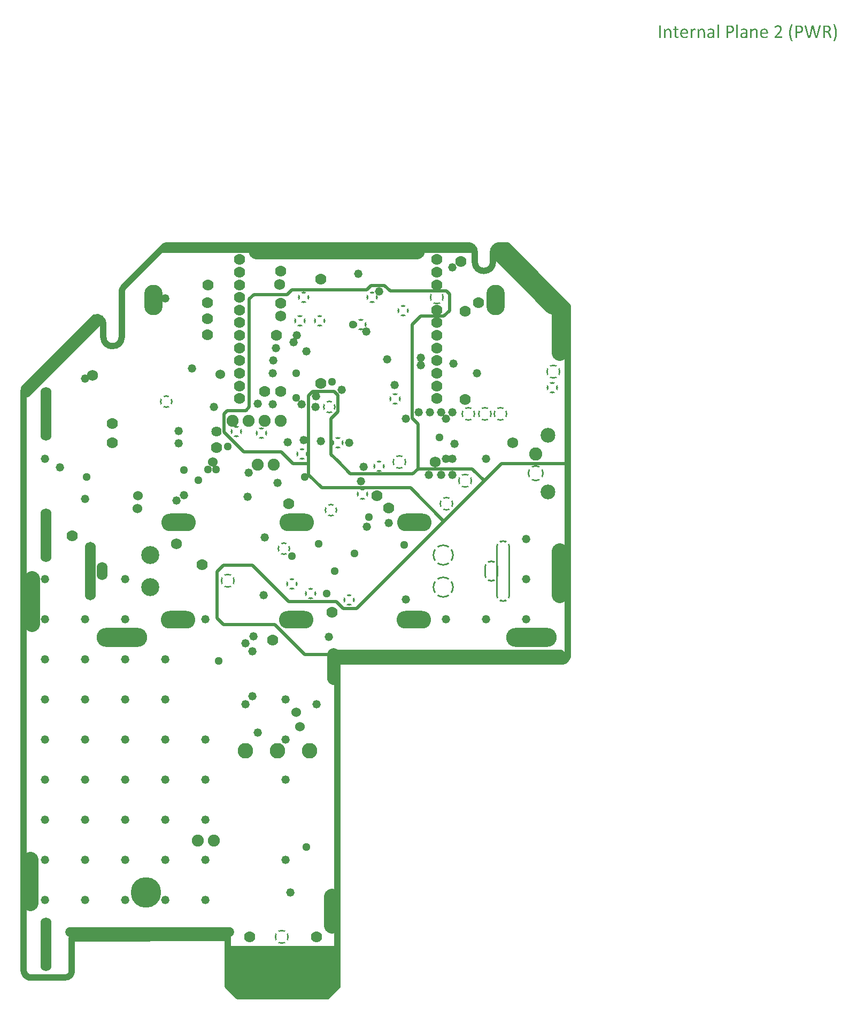
<source format=gbr>
%TF.GenerationSoftware,Altium Limited,Altium Designer,21.6.4 (81)*%
G04 Layer_Physical_Order=3*
G04 Layer_Color=128*
%FSLAX26Y26*%
%MOIN*%
%TF.SameCoordinates,BD845C9F-3E28-4BEA-89B7-7B09B8E8D9D1*%
%TF.FilePolarity,Negative*%
%TF.FileFunction,Copper,L3,Inr,Plane*%
%TF.Part,Single*%
G01*
G75*
%TA.AperFunction,NonConductor*%
%ADD79C,0.040000*%
%ADD80C,0.100000*%
%ADD81C,0.060000*%
%ADD82C,0.010000*%
%ADD83C,0.080000*%
%TA.AperFunction,ComponentPad*%
%ADD84C,0.070000*%
G04:AMPARAMS|DCode=85|XSize=90mil|YSize=90mil|CornerRadius=0mil|HoleSize=0mil|Usage=FLASHONLY|Rotation=0.000|XOffset=0mil|YOffset=0mil|HoleType=Round|Shape=Relief|Width=20mil|Gap=10mil|Entries=4|*
%AMTHD85*
7,0,0,0.090000,0.070000,0.020000,45*
%
%ADD85THD85*%
%ADD87O,0.068000X0.335276*%
%ADD88C,0.097000*%
%ADD90O,0.115000X0.190000*%
%ADD93C,0.075433*%
G04:AMPARAMS|DCode=94|XSize=102.126mil|YSize=102.126mil|CornerRadius=0mil|HoleSize=0mil|Usage=FLASHONLY|Rotation=0.000|XOffset=0mil|YOffset=0mil|HoleType=Round|Shape=Relief|Width=20mil|Gap=10mil|Entries=4|*
%AMTHD94*
7,0,0,0.102126,0.082126,0.020000,45*
%
%ADD94THD94*%
%ADD95C,0.082126*%
%ADD96C,0.091969*%
%ADD97C,0.112000*%
%ADD98O,0.215000X0.110000*%
%ADD99O,0.068000X0.112000*%
%ADD100O,0.068000X0.364803*%
G04:AMPARAMS|DCode=101|XSize=132mil|YSize=132mil|CornerRadius=0mil|HoleSize=0mil|Usage=FLASHONLY|Rotation=0.000|XOffset=0mil|YOffset=0mil|HoleType=Round|Shape=Relief|Width=20mil|Gap=10mil|Entries=4|*
%AMTHD101*
7,0,0,0.132000,0.112000,0.020000,45*
%
%ADD101THD101*%
%AMTHOVALD103*
21,1,0.296803,0.088000,0,0,270.0*
1,1,0.088000,0.000000,0.148401*
1,1,0.088000,0.000000,-0.148401*
21,0,0.296803,0.068000,0,0,270.0*
1,0,0.068000,0.000000,0.148401*
1,0,0.068000,0.000000,-0.148401*
4,0,4,-0.007071,0.141330,-0.038184,0.172443,-0.024042,0.186585,0.007071,0.155473,-0.007071,0.141330,0.0*
4,0,4,-0.007071,-0.155473,0.024042,-0.186585,0.038184,-0.172443,0.007071,-0.141330,-0.007071,-0.155473,0.0*
4,0,4,-0.007071,0.155473,0.024042,0.186585,0.038184,0.172443,0.007071,0.141330,-0.007071,0.155473,0.0*
4,0,4,-0.007071,-0.141330,-0.038184,-0.172443,-0.024042,-0.186585,0.007071,-0.155473,-0.007071,-0.141330,0.0*
%
%ADD103THOVALD103*%

%TA.AperFunction,ViaPad*%
G04:AMPARAMS|DCode=104|XSize=88mil|YSize=88mil|CornerRadius=0mil|HoleSize=0mil|Usage=FLASHONLY|Rotation=0.000|XOffset=0mil|YOffset=0mil|HoleType=Round|Shape=Relief|Width=20mil|Gap=10mil|Entries=4|*
%AMTHD104*
7,0,0,0.088000,0.068000,0.020000,45*
%
%ADD104THD104*%
%TA.AperFunction,WasherPad*%
%ADD105O,0.315591X0.118740*%
%TA.AperFunction,ViaPad*%
%ADD106C,0.070000*%
G04:AMPARAMS|DCode=107|XSize=71mil|YSize=71mil|CornerRadius=0mil|HoleSize=0mil|Usage=FLASHONLY|Rotation=0.000|XOffset=0mil|YOffset=0mil|HoleType=Round|Shape=Relief|Width=20mil|Gap=10mil|Entries=4|*
%AMTHD107*
7,0,0,0.071000,0.051000,0.020000,45*
%
%ADD107THD107*%
%ADD108C,0.052000*%
%ADD109C,0.060000*%
%ADD110C,0.051000*%
G04:AMPARAMS|DCode=111|XSize=72mil|YSize=72mil|CornerRadius=0mil|HoleSize=0mil|Usage=FLASHONLY|Rotation=0.000|XOffset=0mil|YOffset=0mil|HoleType=Round|Shape=Relief|Width=20mil|Gap=10mil|Entries=4|*
%AMTHD111*
7,0,0,0.072000,0.052000,0.020000,45*
%
%ADD111THD111*%
G04:AMPARAMS|DCode=112|XSize=80mil|YSize=80mil|CornerRadius=0mil|HoleSize=0mil|Usage=FLASHONLY|Rotation=0.000|XOffset=0mil|YOffset=0mil|HoleType=Round|Shape=Relief|Width=20mil|Gap=10mil|Entries=4|*
%AMTHD112*
7,0,0,0.080000,0.060000,0.020000,45*
%
%ADD112THD112*%
G04:AMPARAMS|DCode=114|XSize=90mil|YSize=90mil|CornerRadius=0mil|HoleSize=0mil|Usage=FLASHONLY|Rotation=0.000|XOffset=0mil|YOffset=0mil|HoleType=Round|Shape=Relief|Width=20mil|Gap=10mil|Entries=4|*
%AMTHD114*
7,0,0,0.090000,0.070000,0.020000,45*
%
%ADD114THD114*%
%ADD115C,0.068000*%
%TA.AperFunction,NonConductor*%
%ADD116C,0.020000*%
%TA.AperFunction,ComponentPad*%
%ADD117C,0.190000*%
%AMTHOVALD118*
21,1,0.044000,0.088000,0,0,450.0*
1,1,0.088000,0.000000,-0.022000*
1,1,0.088000,0.000000,0.022000*
21,0,0.044000,0.068000,0,0,450.0*
1,0,0.068000,0.000000,-0.022000*
1,0,0.068000,0.000000,0.022000*
4,0,4,0.007071,-0.014929,0.038184,-0.046042,0.024042,-0.060184,-0.007071,-0.029071,0.007071,-0.014929,0.0*
4,0,4,0.007071,0.029071,-0.024042,0.060184,-0.038184,0.046042,-0.007071,0.014929,0.007071,0.029071,0.0*
4,0,4,0.007071,-0.029071,-0.024042,-0.060184,-0.038184,-0.046042,-0.007071,-0.014929,0.007071,-0.029071,0.0*
4,0,4,0.007071,0.014929,0.038184,0.046042,0.024042,0.060184,-0.007071,0.029071,0.007071,0.014929,0.0*
%
%ADD118THOVALD118*%

%TA.AperFunction,ViaPad*%
%ADD119C,0.064000*%
G36*
X1271653Y192913D02*
X1952756D01*
X1956693Y188976D01*
X1952756Y185039D01*
Y-66929D01*
X1275591D01*
X1271653Y-70866D01*
Y192913D01*
D02*
G37*
G36*
X4557395Y5913088D02*
X4557950D01*
X4559200Y5912949D01*
X4560588Y5912672D01*
X4562114Y5912394D01*
X4563641Y5911908D01*
X4565099Y5911283D01*
X4565168D01*
X4565237Y5911214D01*
X4565446Y5911075D01*
X4565723Y5910936D01*
X4566417Y5910520D01*
X4567250Y5910034D01*
X4568152Y5909340D01*
X4569193Y5908507D01*
X4570165Y5907536D01*
X4571067Y5906426D01*
X4571136Y5906287D01*
X4571414Y5905870D01*
X4571830Y5905246D01*
X4572316Y5904413D01*
X4572871Y5903302D01*
X4573427Y5902123D01*
X4573912Y5900735D01*
X4574329Y5899208D01*
Y5899139D01*
X4574398Y5899000D01*
Y5898792D01*
X4574468Y5898514D01*
X4574606Y5898097D01*
X4574676Y5897612D01*
X4574745Y5897056D01*
X4574884Y5896432D01*
X4575023Y5894975D01*
X4575231Y5893309D01*
X4575300Y5891435D01*
X4575370Y5889353D01*
Y5856458D01*
Y5856388D01*
Y5856180D01*
X4575231Y5855902D01*
X4575092Y5855625D01*
X4575023Y5855555D01*
X4574953Y5855486D01*
X4574676Y5855278D01*
X4574329Y5855139D01*
X4574259D01*
X4573912Y5855000D01*
X4573427Y5854931D01*
X4572802Y5854792D01*
X4572663D01*
X4572386Y5854722D01*
X4572108D01*
X4571345Y5854653D01*
X4569540D01*
X4568707Y5854722D01*
X4567944Y5854792D01*
X4567805D01*
X4567389Y5854861D01*
X4566903Y5855000D01*
X4566417Y5855139D01*
X4566348Y5855208D01*
X4566140Y5855278D01*
X4565862Y5855417D01*
X4565654Y5855625D01*
Y5855694D01*
X4565584Y5855833D01*
X4565515Y5856110D01*
X4565446Y5856458D01*
Y5888034D01*
Y5888104D01*
Y5888243D01*
Y5888451D01*
Y5888798D01*
Y5889214D01*
X4565376Y5889631D01*
Y5890741D01*
X4565237Y5891921D01*
X4565099Y5893101D01*
X4564960Y5894350D01*
X4564682Y5895460D01*
Y5895599D01*
X4564543Y5895946D01*
X4564405Y5896501D01*
X4564196Y5897126D01*
X4563849Y5897889D01*
X4563502Y5898722D01*
X4563086Y5899555D01*
X4562600Y5900318D01*
X4562531Y5900388D01*
X4562323Y5900665D01*
X4562045Y5901012D01*
X4561629Y5901498D01*
X4561143Y5901984D01*
X4560518Y5902470D01*
X4559755Y5903025D01*
X4558991Y5903441D01*
X4558922Y5903511D01*
X4558644Y5903650D01*
X4558159Y5903788D01*
X4557534Y5903997D01*
X4556840Y5904205D01*
X4556007Y5904413D01*
X4555036Y5904482D01*
X4553995Y5904552D01*
X4553648D01*
X4553370Y5904482D01*
X4552607Y5904413D01*
X4551635Y5904205D01*
X4550525Y5903927D01*
X4549275Y5903441D01*
X4547887Y5902817D01*
X4546499Y5901914D01*
X4546430D01*
X4546361Y5901776D01*
X4546152Y5901637D01*
X4545875Y5901429D01*
X4545111Y5900804D01*
X4544140Y5899971D01*
X4543029Y5898861D01*
X4541711Y5897542D01*
X4540253Y5895946D01*
X4538796Y5894142D01*
Y5856458D01*
Y5856388D01*
Y5856180D01*
X4538657Y5855902D01*
X4538518Y5855625D01*
X4538449Y5855555D01*
X4538380Y5855486D01*
X4538102Y5855278D01*
X4537755Y5855139D01*
X4537686D01*
X4537339Y5855000D01*
X4536853Y5854931D01*
X4536228Y5854792D01*
X4536089D01*
X4535812Y5854722D01*
X4535534D01*
X4534771Y5854653D01*
X4532966D01*
X4532134Y5854722D01*
X4531370Y5854792D01*
X4531231D01*
X4530815Y5854861D01*
X4530329Y5855000D01*
X4529843Y5855139D01*
X4529774Y5855208D01*
X4529566Y5855278D01*
X4529288Y5855417D01*
X4529080Y5855625D01*
Y5855694D01*
X4529011Y5855833D01*
X4528941Y5856110D01*
X4528872Y5856458D01*
Y5910451D01*
Y5910520D01*
Y5910728D01*
X4528941Y5911006D01*
X4529011Y5911214D01*
X4529080Y5911283D01*
X4529149Y5911422D01*
X4529427Y5911631D01*
X4529705Y5911839D01*
X4529774Y5911908D01*
X4530121Y5911977D01*
X4530537Y5912116D01*
X4531093Y5912186D01*
X4531231D01*
X4531440Y5912255D01*
X4531717D01*
X4532411Y5912324D01*
X4534146D01*
X4534840Y5912255D01*
X4535534Y5912186D01*
X4535673D01*
X4536020Y5912116D01*
X4536506Y5912047D01*
X4536922Y5911839D01*
X4536992Y5911769D01*
X4537200Y5911631D01*
X4537408Y5911492D01*
X4537616Y5911214D01*
X4537686Y5911145D01*
X4537755Y5911006D01*
X4537824Y5910798D01*
Y5910451D01*
Y5903302D01*
X4537894Y5903372D01*
X4538033Y5903511D01*
X4538241Y5903788D01*
X4538588Y5904135D01*
X4539004Y5904552D01*
X4539490Y5905038D01*
X4540670Y5906148D01*
X4541988Y5907328D01*
X4543515Y5908577D01*
X4545181Y5909757D01*
X4546846Y5910728D01*
X4546916D01*
X4547055Y5910867D01*
X4547332Y5910936D01*
X4547610Y5911145D01*
X4548026Y5911283D01*
X4548512Y5911492D01*
X4549692Y5911977D01*
X4551080Y5912394D01*
X4552676Y5912810D01*
X4554272Y5913088D01*
X4556007Y5913157D01*
X4556909D01*
X4557395Y5913088D01*
D02*
G37*
G36*
X4227815Y5913088D02*
X4228370D01*
X4229619Y5912949D01*
X4231007Y5912671D01*
X4232534Y5912394D01*
X4234061Y5911908D01*
X4235518Y5911283D01*
X4235587D01*
X4235657Y5911214D01*
X4235865Y5911075D01*
X4236143Y5910936D01*
X4236837Y5910520D01*
X4237669Y5910034D01*
X4238572Y5909340D01*
X4239613Y5908507D01*
X4240584Y5907536D01*
X4241486Y5906425D01*
X4241556Y5906287D01*
X4241833Y5905870D01*
X4242250Y5905246D01*
X4242736Y5904413D01*
X4243291Y5903302D01*
X4243846Y5902123D01*
X4244332Y5900735D01*
X4244748Y5899208D01*
Y5899138D01*
X4244818Y5899000D01*
Y5898791D01*
X4244887Y5898514D01*
X4245026Y5898097D01*
X4245095Y5897612D01*
X4245165Y5897056D01*
X4245303Y5896432D01*
X4245442Y5894974D01*
X4245650Y5893309D01*
X4245720Y5891435D01*
X4245789Y5889353D01*
Y5856457D01*
Y5856388D01*
Y5856180D01*
X4245650Y5855902D01*
X4245512Y5855625D01*
X4245442Y5855555D01*
X4245373Y5855486D01*
X4245095Y5855278D01*
X4244748Y5855139D01*
X4244679D01*
X4244332Y5855000D01*
X4243846Y5854931D01*
X4243221Y5854792D01*
X4243083D01*
X4242805Y5854722D01*
X4242527D01*
X4241764Y5854653D01*
X4239960D01*
X4239127Y5854722D01*
X4238363Y5854792D01*
X4238225D01*
X4237808Y5854861D01*
X4237322Y5855000D01*
X4236837Y5855139D01*
X4236767Y5855208D01*
X4236559Y5855278D01*
X4236281Y5855416D01*
X4236073Y5855625D01*
Y5855694D01*
X4236004Y5855833D01*
X4235934Y5856110D01*
X4235865Y5856457D01*
Y5888034D01*
Y5888104D01*
Y5888243D01*
Y5888451D01*
Y5888798D01*
Y5889214D01*
X4235796Y5889631D01*
Y5890741D01*
X4235657Y5891921D01*
X4235518Y5893101D01*
X4235379Y5894350D01*
X4235102Y5895460D01*
Y5895599D01*
X4234963Y5895946D01*
X4234824Y5896501D01*
X4234616Y5897126D01*
X4234269Y5897889D01*
X4233922Y5898722D01*
X4233505Y5899555D01*
X4233020Y5900318D01*
X4232950Y5900388D01*
X4232742Y5900665D01*
X4232464Y5901012D01*
X4232048Y5901498D01*
X4231562Y5901984D01*
X4230938Y5902470D01*
X4230174Y5903025D01*
X4229411Y5903441D01*
X4229341Y5903511D01*
X4229064Y5903649D01*
X4228578Y5903788D01*
X4227953Y5903996D01*
X4227259Y5904205D01*
X4226427Y5904413D01*
X4225455Y5904482D01*
X4224414Y5904552D01*
X4224067D01*
X4223789Y5904482D01*
X4223026Y5904413D01*
X4222054Y5904205D01*
X4220944Y5903927D01*
X4219695Y5903441D01*
X4218307Y5902817D01*
X4216919Y5901914D01*
X4216849D01*
X4216780Y5901776D01*
X4216572Y5901637D01*
X4216294Y5901429D01*
X4215531Y5900804D01*
X4214559Y5899971D01*
X4213449Y5898861D01*
X4212130Y5897542D01*
X4210673Y5895946D01*
X4209215Y5894142D01*
Y5856457D01*
Y5856388D01*
Y5856180D01*
X4209077Y5855902D01*
X4208938Y5855625D01*
X4208868Y5855555D01*
X4208799Y5855486D01*
X4208521Y5855278D01*
X4208174Y5855139D01*
X4208105D01*
X4207758Y5855000D01*
X4207272Y5854931D01*
X4206648Y5854792D01*
X4206509D01*
X4206231Y5854722D01*
X4205954D01*
X4205190Y5854653D01*
X4203386D01*
X4202553Y5854722D01*
X4201790Y5854792D01*
X4201651D01*
X4201234Y5854861D01*
X4200749Y5855000D01*
X4200263Y5855139D01*
X4200193Y5855208D01*
X4199985Y5855278D01*
X4199708Y5855416D01*
X4199499Y5855625D01*
Y5855694D01*
X4199430Y5855833D01*
X4199361Y5856110D01*
X4199291Y5856457D01*
Y5910451D01*
Y5910520D01*
Y5910728D01*
X4199361Y5911006D01*
X4199430Y5911214D01*
X4199499Y5911283D01*
X4199569Y5911422D01*
X4199846Y5911630D01*
X4200124Y5911839D01*
X4200193Y5911908D01*
X4200540Y5911977D01*
X4200957Y5912116D01*
X4201512Y5912186D01*
X4201651D01*
X4201859Y5912255D01*
X4202137D01*
X4202831Y5912324D01*
X4204566D01*
X4205260Y5912255D01*
X4205954Y5912186D01*
X4206092D01*
X4206439Y5912116D01*
X4206925Y5912047D01*
X4207342Y5911839D01*
X4207411Y5911769D01*
X4207619Y5911630D01*
X4207827Y5911492D01*
X4208036Y5911214D01*
X4208105Y5911145D01*
X4208174Y5911006D01*
X4208244Y5910798D01*
Y5910451D01*
Y5903302D01*
X4208313Y5903372D01*
X4208452Y5903511D01*
X4208660Y5903788D01*
X4209007Y5904135D01*
X4209424Y5904552D01*
X4209909Y5905037D01*
X4211089Y5906148D01*
X4212408Y5907328D01*
X4213935Y5908577D01*
X4215600Y5909757D01*
X4217266Y5910728D01*
X4217335D01*
X4217474Y5910867D01*
X4217752Y5910936D01*
X4218029Y5911145D01*
X4218446Y5911283D01*
X4218931Y5911492D01*
X4220111Y5911977D01*
X4221499Y5912394D01*
X4223095Y5912810D01*
X4224692Y5913088D01*
X4226427Y5913157D01*
X4227329D01*
X4227815Y5913088D01*
D02*
G37*
G36*
X4018296D02*
X4018851D01*
X4020100Y5912949D01*
X4021488Y5912671D01*
X4023015Y5912394D01*
X4024542Y5911908D01*
X4025999Y5911283D01*
X4026069D01*
X4026138Y5911214D01*
X4026346Y5911075D01*
X4026624Y5910936D01*
X4027318Y5910520D01*
X4028151Y5910034D01*
X4029053Y5909340D01*
X4030094Y5908507D01*
X4031066Y5907536D01*
X4031968Y5906425D01*
X4032037Y5906287D01*
X4032315Y5905870D01*
X4032731Y5905246D01*
X4033217Y5904413D01*
X4033772Y5903302D01*
X4034327Y5902123D01*
X4034813Y5900735D01*
X4035230Y5899208D01*
Y5899138D01*
X4035299Y5899000D01*
Y5898791D01*
X4035368Y5898514D01*
X4035507Y5898097D01*
X4035577Y5897612D01*
X4035646Y5897056D01*
X4035785Y5896432D01*
X4035924Y5894974D01*
X4036132Y5893309D01*
X4036201Y5891435D01*
X4036271Y5889353D01*
Y5856457D01*
Y5856388D01*
Y5856180D01*
X4036132Y5855902D01*
X4035993Y5855625D01*
X4035924Y5855555D01*
X4035854Y5855486D01*
X4035577Y5855278D01*
X4035230Y5855139D01*
X4035160D01*
X4034813Y5855000D01*
X4034327Y5854931D01*
X4033703Y5854792D01*
X4033564D01*
X4033286Y5854722D01*
X4033009D01*
X4032245Y5854653D01*
X4030441D01*
X4029608Y5854722D01*
X4028845Y5854792D01*
X4028706D01*
X4028290Y5854861D01*
X4027804Y5855000D01*
X4027318Y5855139D01*
X4027249Y5855208D01*
X4027040Y5855278D01*
X4026763Y5855416D01*
X4026555Y5855625D01*
Y5855694D01*
X4026485Y5855833D01*
X4026416Y5856110D01*
X4026346Y5856457D01*
Y5888034D01*
Y5888104D01*
Y5888243D01*
Y5888451D01*
Y5888798D01*
Y5889214D01*
X4026277Y5889631D01*
Y5890741D01*
X4026138Y5891921D01*
X4025999Y5893101D01*
X4025861Y5894350D01*
X4025583Y5895460D01*
Y5895599D01*
X4025444Y5895946D01*
X4025305Y5896501D01*
X4025097Y5897126D01*
X4024750Y5897889D01*
X4024403Y5898722D01*
X4023987Y5899555D01*
X4023501Y5900318D01*
X4023432Y5900388D01*
X4023223Y5900665D01*
X4022946Y5901012D01*
X4022529Y5901498D01*
X4022044Y5901984D01*
X4021419Y5902470D01*
X4020656Y5903025D01*
X4019892Y5903441D01*
X4019823Y5903511D01*
X4019545Y5903649D01*
X4019059Y5903788D01*
X4018435Y5903996D01*
X4017741Y5904205D01*
X4016908Y5904413D01*
X4015936Y5904482D01*
X4014895Y5904552D01*
X4014548D01*
X4014271Y5904482D01*
X4013507Y5904413D01*
X4012536Y5904205D01*
X4011425Y5903927D01*
X4010176Y5903441D01*
X4008788Y5902817D01*
X4007400Y5901914D01*
X4007331D01*
X4007261Y5901776D01*
X4007053Y5901637D01*
X4006776Y5901429D01*
X4006012Y5900804D01*
X4005041Y5899971D01*
X4003930Y5898861D01*
X4002612Y5897542D01*
X4001154Y5895946D01*
X3999697Y5894142D01*
Y5856457D01*
Y5856388D01*
Y5856180D01*
X3999558Y5855902D01*
X3999419Y5855625D01*
X3999350Y5855555D01*
X3999280Y5855486D01*
X3999003Y5855278D01*
X3998656Y5855139D01*
X3998586D01*
X3998239Y5855000D01*
X3997754Y5854931D01*
X3997129Y5854792D01*
X3996990D01*
X3996713Y5854722D01*
X3996435D01*
X3995672Y5854653D01*
X3993867D01*
X3993034Y5854722D01*
X3992271Y5854792D01*
X3992132D01*
X3991716Y5854861D01*
X3991230Y5855000D01*
X3990744Y5855139D01*
X3990675Y5855208D01*
X3990467Y5855278D01*
X3990189Y5855416D01*
X3989981Y5855625D01*
Y5855694D01*
X3989911Y5855833D01*
X3989842Y5856110D01*
X3989773Y5856457D01*
Y5910451D01*
Y5910520D01*
Y5910728D01*
X3989842Y5911006D01*
X3989911Y5911214D01*
X3989981Y5911283D01*
X3990050Y5911422D01*
X3990328Y5911630D01*
X3990605Y5911839D01*
X3990675Y5911908D01*
X3991022Y5911977D01*
X3991438Y5912116D01*
X3991993Y5912186D01*
X3992132D01*
X3992340Y5912255D01*
X3992618D01*
X3993312Y5912324D01*
X3995047D01*
X3995741Y5912255D01*
X3996435Y5912186D01*
X3996574D01*
X3996921Y5912116D01*
X3997407Y5912047D01*
X3997823Y5911839D01*
X3997892Y5911769D01*
X3998101Y5911630D01*
X3998309Y5911492D01*
X3998517Y5911214D01*
X3998586Y5911145D01*
X3998656Y5911006D01*
X3998725Y5910798D01*
Y5910451D01*
Y5903302D01*
X3998795Y5903372D01*
X3998933Y5903511D01*
X3999142Y5903788D01*
X3999489Y5904135D01*
X3999905Y5904552D01*
X4000391Y5905037D01*
X4001571Y5906148D01*
X4002889Y5907328D01*
X4004416Y5908577D01*
X4006082Y5909757D01*
X4007747Y5910728D01*
X4007817D01*
X4007955Y5910867D01*
X4008233Y5910936D01*
X4008511Y5911145D01*
X4008927Y5911283D01*
X4009413Y5911492D01*
X4010593Y5911977D01*
X4011981Y5912394D01*
X4013577Y5912810D01*
X4015173Y5913088D01*
X4016908Y5913157D01*
X4017810D01*
X4018296Y5913088D01*
D02*
G37*
G36*
X4181178D02*
X4181872Y5913018D01*
X4182219D01*
X4182496Y5912949D01*
X4183121Y5912880D01*
X4183884Y5912671D01*
X4183954D01*
X4184093Y5912602D01*
X4184301D01*
X4184578Y5912533D01*
X4185203Y5912324D01*
X4185828Y5912116D01*
X4185897D01*
X4185966Y5912047D01*
X4186313Y5911977D01*
X4186730Y5911769D01*
X4187077Y5911561D01*
X4187146Y5911492D01*
X4187285Y5911422D01*
X4187493Y5911214D01*
X4187563Y5911006D01*
Y5910936D01*
X4187632Y5910798D01*
X4187701Y5910589D01*
X4187771Y5910312D01*
Y5910242D01*
X4187840Y5910034D01*
X4187910Y5909618D01*
Y5909063D01*
Y5908993D01*
Y5908924D01*
Y5908716D01*
X4187979Y5908507D01*
Y5907813D01*
Y5906911D01*
Y5906842D01*
Y5906703D01*
Y5906425D01*
Y5906078D01*
Y5905384D01*
X4187910Y5904621D01*
Y5904482D01*
X4187840Y5904135D01*
X4187771Y5903719D01*
X4187632Y5903233D01*
Y5903164D01*
X4187563Y5902955D01*
X4187424Y5902678D01*
X4187216Y5902470D01*
X4187146Y5902400D01*
X4187007Y5902331D01*
X4186799Y5902261D01*
X4186452Y5902192D01*
X4186383D01*
X4186105Y5902261D01*
X4185758Y5902331D01*
X4185272Y5902470D01*
X4185134Y5902539D01*
X4184787Y5902678D01*
X4184301Y5902817D01*
X4183676Y5903025D01*
X4183607D01*
X4183537Y5903094D01*
X4183121Y5903164D01*
X4182496Y5903372D01*
X4181733Y5903511D01*
X4181664D01*
X4181525Y5903580D01*
X4181317D01*
X4181039Y5903649D01*
X4180345Y5903719D01*
X4179443Y5903788D01*
X4178888D01*
X4178541Y5903719D01*
X4177569Y5903511D01*
X4176528Y5903164D01*
X4176459D01*
X4176250Y5903025D01*
X4175973Y5902886D01*
X4175626Y5902678D01*
X4175140Y5902400D01*
X4174654Y5902053D01*
X4174099Y5901637D01*
X4173474Y5901151D01*
X4173405Y5901082D01*
X4173197Y5900943D01*
X4172919Y5900596D01*
X4172503Y5900179D01*
X4172017Y5899694D01*
X4171462Y5899069D01*
X4170837Y5898375D01*
X4170213Y5897542D01*
X4170143Y5897473D01*
X4169935Y5897126D01*
X4169588Y5896640D01*
X4169102Y5896015D01*
X4168547Y5895183D01*
X4167853Y5894211D01*
X4167159Y5893170D01*
X4166396Y5891990D01*
Y5856457D01*
Y5856388D01*
Y5856180D01*
X4166257Y5855902D01*
X4166118Y5855625D01*
X4166049Y5855555D01*
X4165979Y5855486D01*
X4165702Y5855278D01*
X4165355Y5855139D01*
X4165285D01*
X4164938Y5855000D01*
X4164452Y5854931D01*
X4163828Y5854792D01*
X4163689D01*
X4163411Y5854722D01*
X4163134D01*
X4162370Y5854653D01*
X4160566D01*
X4159733Y5854722D01*
X4158970Y5854792D01*
X4158831D01*
X4158415Y5854861D01*
X4157929Y5855000D01*
X4157443Y5855139D01*
X4157374Y5855208D01*
X4157165Y5855278D01*
X4156888Y5855416D01*
X4156680Y5855625D01*
Y5855694D01*
X4156610Y5855833D01*
X4156541Y5856110D01*
X4156471Y5856457D01*
Y5910451D01*
Y5910520D01*
Y5910728D01*
X4156541Y5911006D01*
X4156610Y5911214D01*
X4156680Y5911283D01*
X4156749Y5911422D01*
X4157027Y5911630D01*
X4157304Y5911839D01*
X4157374Y5911908D01*
X4157721Y5911977D01*
X4158137Y5912116D01*
X4158692Y5912186D01*
X4158831D01*
X4159039Y5912255D01*
X4159317D01*
X4160011Y5912324D01*
X4161746D01*
X4162440Y5912255D01*
X4163134Y5912186D01*
X4163273D01*
X4163620Y5912116D01*
X4164105Y5912047D01*
X4164522Y5911839D01*
X4164591Y5911769D01*
X4164799Y5911630D01*
X4165008Y5911492D01*
X4165216Y5911214D01*
X4165285Y5911145D01*
X4165355Y5911006D01*
X4165424Y5910798D01*
Y5910451D01*
Y5902678D01*
X4165493Y5902747D01*
X4165771Y5903164D01*
X4166257Y5903719D01*
X4166812Y5904482D01*
X4167437Y5905315D01*
X4168131Y5906148D01*
X4168825Y5906981D01*
X4169588Y5907813D01*
X4169657Y5907883D01*
X4169935Y5908160D01*
X4170282Y5908507D01*
X4170768Y5908993D01*
X4171323Y5909548D01*
X4171948Y5910104D01*
X4172642Y5910589D01*
X4173266Y5911075D01*
X4173336Y5911145D01*
X4173544Y5911283D01*
X4173891Y5911492D01*
X4174377Y5911700D01*
X4174862Y5911977D01*
X4175418Y5912255D01*
X4176042Y5912463D01*
X4176667Y5912671D01*
X4176736D01*
X4176944Y5912741D01*
X4177291Y5912810D01*
X4177777Y5912949D01*
X4178263Y5913018D01*
X4178888Y5913088D01*
X4180137Y5913157D01*
X4180623D01*
X4181178Y5913088D01*
D02*
G37*
G36*
X4966231Y5932867D02*
X4966716Y5932798D01*
X4967133Y5932728D01*
X4967272D01*
X4967688Y5932589D01*
X4968243Y5932451D01*
X4968660Y5932173D01*
X4968729Y5932104D01*
X4968868Y5931895D01*
X4969076Y5931479D01*
Y5930993D01*
Y5930854D01*
Y5930438D01*
X4968937Y5929744D01*
X4968798Y5928842D01*
X4948187Y5857290D01*
Y5857221D01*
X4948117Y5857152D01*
X4948048Y5856805D01*
X4947840Y5856319D01*
X4947493Y5855902D01*
X4947423Y5855833D01*
X4947146Y5855625D01*
X4946729Y5855347D01*
X4946174Y5855139D01*
X4946035D01*
X4945619Y5855000D01*
X4944925Y5854931D01*
X4944092Y5854792D01*
X4943884D01*
X4943606Y5854723D01*
X4942773D01*
X4942288Y5854653D01*
X4939997D01*
X4938956Y5854723D01*
X4937915Y5854792D01*
X4937707D01*
X4937499Y5854861D01*
X4937152D01*
X4936458Y5855000D01*
X4935764Y5855139D01*
X4935625Y5855208D01*
X4935278Y5855347D01*
X4934862Y5855555D01*
X4934515Y5855902D01*
X4934445Y5855972D01*
X4934307Y5856249D01*
X4934098Y5856666D01*
X4933890Y5857290D01*
X4917651Y5915795D01*
X4917512D01*
X4902521Y5857290D01*
Y5857221D01*
Y5857152D01*
X4902383Y5856805D01*
X4902174Y5856319D01*
X4901897Y5855902D01*
X4901827Y5855833D01*
X4901619Y5855625D01*
X4901203Y5855347D01*
X4900717Y5855139D01*
X4900578D01*
X4900162Y5855000D01*
X4899537Y5854931D01*
X4898704Y5854792D01*
X4898496D01*
X4898219Y5854723D01*
X4897455D01*
X4896900Y5854653D01*
X4894402D01*
X4893361Y5854723D01*
X4892250Y5854792D01*
X4892042D01*
X4891764Y5854861D01*
X4891487D01*
X4890793Y5855000D01*
X4890099Y5855139D01*
X4889960Y5855208D01*
X4889613Y5855347D01*
X4889197Y5855555D01*
X4888780Y5855902D01*
X4888711Y5855972D01*
X4888572Y5856249D01*
X4888364Y5856666D01*
X4888225Y5857290D01*
X4867683Y5928911D01*
Y5928981D01*
X4867613Y5929119D01*
X4867544Y5929397D01*
X4867474Y5929675D01*
X4867336Y5930438D01*
X4867266Y5931063D01*
Y5931132D01*
Y5931201D01*
X4867336Y5931479D01*
X4867474Y5931895D01*
X4867752Y5932242D01*
X4867891Y5932312D01*
X4868168Y5932451D01*
X4868724Y5932659D01*
X4869418Y5932798D01*
X4869626D01*
X4869903Y5932867D01*
X4870667D01*
X4871222Y5932936D01*
X4873512D01*
X4874484Y5932867D01*
X4874970D01*
X4875386Y5932798D01*
X4875594D01*
X4876011Y5932728D01*
X4876566Y5932659D01*
X4877052Y5932451D01*
X4877121Y5932381D01*
X4877399Y5932312D01*
X4877676Y5932104D01*
X4877884Y5931826D01*
X4877954Y5931757D01*
X4878023Y5931548D01*
X4878093Y5931201D01*
X4878162Y5930716D01*
X4895651Y5865757D01*
X4895720D01*
X4912237Y5930646D01*
X4912307Y5930785D01*
X4912376Y5930993D01*
X4912515Y5931340D01*
X4912654Y5931687D01*
X4912723Y5931757D01*
X4912862Y5931965D01*
X4913140Y5932173D01*
X4913556Y5932381D01*
X4913695Y5932451D01*
X4914042Y5932520D01*
X4914528Y5932659D01*
X4915291Y5932798D01*
X4915499D01*
X4915707Y5932867D01*
X4916471D01*
X4917026Y5932936D01*
X4919177D01*
X4920010Y5932867D01*
X4920843Y5932798D01*
X4920982D01*
X4921398Y5932728D01*
X4921953Y5932589D01*
X4922439Y5932381D01*
X4922509Y5932312D01*
X4922786Y5932242D01*
X4923064Y5932034D01*
X4923272Y5931687D01*
X4923341Y5931618D01*
X4923411Y5931410D01*
X4923619Y5931063D01*
X4923758Y5930646D01*
X4941524Y5865757D01*
X4941663D01*
X4958735Y5930716D01*
X4958805Y5930785D01*
X4958874Y5931063D01*
X4958944Y5931340D01*
X4959082Y5931687D01*
X4959152Y5931757D01*
X4959291Y5931965D01*
X4959499Y5932173D01*
X4959846Y5932381D01*
X4959985Y5932451D01*
X4960262Y5932520D01*
X4960748Y5932659D01*
X4961442Y5932798D01*
X4961650D01*
X4961858Y5932867D01*
X4962622D01*
X4963108Y5932936D01*
X4965328D01*
X4966231Y5932867D01*
D02*
G37*
G36*
X4703829Y5933630D02*
X4704384D01*
X4705009Y5933561D01*
X4705772Y5933492D01*
X4707299Y5933283D01*
X4708965Y5933006D01*
X4710630Y5932659D01*
X4712227Y5932104D01*
X4712296D01*
X4712435Y5932034D01*
X4712643Y5931965D01*
X4712921Y5931826D01*
X4713684Y5931479D01*
X4714725Y5930993D01*
X4715766Y5930368D01*
X4716946Y5929605D01*
X4718126Y5928703D01*
X4719236Y5927731D01*
X4719375Y5927592D01*
X4719722Y5927245D01*
X4720208Y5926690D01*
X4720832Y5925858D01*
X4721526Y5924955D01*
X4722220Y5923845D01*
X4722914Y5922596D01*
X4723469Y5921277D01*
Y5921208D01*
X4723539Y5921138D01*
X4723608Y5920930D01*
X4723678Y5920653D01*
X4723886Y5919889D01*
X4724163Y5918987D01*
X4724441Y5917807D01*
X4724649Y5916489D01*
X4724788Y5915031D01*
X4724857Y5913504D01*
Y5913435D01*
Y5913365D01*
Y5913157D01*
Y5912880D01*
Y5912116D01*
X4724788Y5911214D01*
X4724719Y5910104D01*
X4724580Y5908855D01*
X4724372Y5907536D01*
X4724163Y5906148D01*
Y5906078D01*
Y5906009D01*
X4724094Y5905801D01*
X4724025Y5905523D01*
X4723886Y5904760D01*
X4723608Y5903788D01*
X4723192Y5902609D01*
X4722706Y5901221D01*
X4722151Y5899763D01*
X4721387Y5898167D01*
Y5898097D01*
X4721318Y5897959D01*
X4721179Y5897751D01*
X4720971Y5897404D01*
X4720763Y5896987D01*
X4720485Y5896501D01*
X4720208Y5895946D01*
X4719791Y5895391D01*
X4718958Y5893934D01*
X4717848Y5892337D01*
X4716668Y5890533D01*
X4715211Y5888590D01*
X4715141Y5888520D01*
X4715003Y5888382D01*
X4714794Y5888034D01*
X4714447Y5887688D01*
X4714100Y5887202D01*
X4713615Y5886577D01*
X4712990Y5885883D01*
X4712365Y5885120D01*
X4711671Y5884287D01*
X4710839Y5883385D01*
X4710006Y5882344D01*
X4709034Y5881303D01*
X4706952Y5879012D01*
X4704593Y5876514D01*
X4692309Y5863744D01*
X4726315D01*
X4726592Y5863606D01*
X4726939Y5863467D01*
X4727009Y5863398D01*
X4727217Y5863259D01*
X4727495Y5862981D01*
X4727703Y5862634D01*
X4727772Y5862565D01*
X4727911Y5862287D01*
X4728050Y5861801D01*
X4728189Y5861246D01*
X4728258Y5861107D01*
X4728327Y5860760D01*
X4728397Y5860136D01*
Y5859372D01*
Y5859303D01*
Y5859234D01*
Y5858748D01*
X4728327Y5858123D01*
X4728189Y5857498D01*
Y5857429D01*
Y5857360D01*
X4728119Y5857013D01*
X4727980Y5856527D01*
X4727772Y5856041D01*
X4727703Y5855972D01*
X4727564Y5855764D01*
X4727356Y5855486D01*
X4727009Y5855208D01*
X4726939D01*
X4726731Y5855139D01*
X4726454Y5855069D01*
X4726107Y5855000D01*
X4682732D01*
X4682246Y5855069D01*
X4681760Y5855208D01*
X4681691Y5855278D01*
X4681413Y5855347D01*
X4680997Y5855555D01*
X4680650Y5855833D01*
X4680580Y5855902D01*
X4680441Y5856180D01*
X4680233Y5856596D01*
X4680025Y5857221D01*
Y5857290D01*
Y5857360D01*
X4679956Y5857568D01*
Y5857846D01*
X4679886Y5858539D01*
X4679817Y5859442D01*
Y5859511D01*
Y5859650D01*
Y5859858D01*
Y5860205D01*
Y5860830D01*
X4679886Y5861524D01*
Y5861593D01*
Y5861663D01*
X4679956Y5862079D01*
X4680094Y5862565D01*
X4680233Y5863120D01*
X4680303Y5863259D01*
X4680441Y5863536D01*
X4680719Y5864022D01*
X4680997Y5864508D01*
X4681066Y5864647D01*
X4681344Y5864924D01*
X4681760Y5865410D01*
X4682246Y5865965D01*
X4697791Y5881927D01*
X4697861Y5881997D01*
X4698000Y5882205D01*
X4698277Y5882483D01*
X4698694Y5882899D01*
X4699110Y5883385D01*
X4699665Y5883940D01*
X4700220Y5884565D01*
X4700845Y5885258D01*
X4702233Y5886785D01*
X4703690Y5888451D01*
X4705078Y5890186D01*
X4706397Y5891851D01*
X4706466Y5891921D01*
X4706536Y5892060D01*
X4706744Y5892268D01*
X4706952Y5892615D01*
X4707230Y5892962D01*
X4707507Y5893448D01*
X4708271Y5894489D01*
X4709034Y5895738D01*
X4709867Y5897056D01*
X4710700Y5898375D01*
X4711394Y5899763D01*
Y5899833D01*
X4711463Y5899902D01*
X4711533Y5900110D01*
X4711671Y5900388D01*
X4711949Y5901082D01*
X4712365Y5901914D01*
X4712712Y5902956D01*
X4713129Y5904066D01*
X4713406Y5905176D01*
X4713684Y5906287D01*
Y5906356D01*
Y5906426D01*
X4713753Y5906773D01*
X4713892Y5907397D01*
X4714031Y5908091D01*
X4714100Y5908924D01*
X4714239Y5909895D01*
X4714309Y5911839D01*
Y5911977D01*
Y5912255D01*
X4714239Y5912741D01*
X4714170Y5913435D01*
X4714100Y5914129D01*
X4713962Y5914962D01*
X4713684Y5915864D01*
X4713406Y5916697D01*
X4713337Y5916836D01*
X4713268Y5917113D01*
X4713059Y5917529D01*
X4712782Y5918085D01*
X4712435Y5918709D01*
X4712018Y5919403D01*
X4711463Y5920097D01*
X4710908Y5920791D01*
X4710839Y5920861D01*
X4710630Y5921069D01*
X4710283Y5921416D01*
X4709798Y5921763D01*
X4709173Y5922249D01*
X4708479Y5922665D01*
X4707646Y5923151D01*
X4706744Y5923567D01*
X4706605Y5923637D01*
X4706328Y5923706D01*
X4705842Y5923914D01*
X4705148Y5924123D01*
X4704315Y5924261D01*
X4703343Y5924470D01*
X4702302Y5924539D01*
X4701123Y5924608D01*
X4700498D01*
X4699735Y5924539D01*
X4698832Y5924470D01*
X4697791Y5924331D01*
X4696612Y5924192D01*
X4695501Y5923914D01*
X4694321Y5923567D01*
X4694183Y5923498D01*
X4693836Y5923359D01*
X4693280Y5923151D01*
X4692517Y5922873D01*
X4691754Y5922596D01*
X4690851Y5922179D01*
X4689047Y5921346D01*
X4688978Y5921277D01*
X4688700Y5921138D01*
X4688284Y5920930D01*
X4687728Y5920653D01*
X4687173Y5920306D01*
X4686549Y5919889D01*
X4685299Y5919126D01*
X4685230Y5919056D01*
X4685022Y5918987D01*
X4684744Y5918848D01*
X4684467Y5918640D01*
X4683703Y5918293D01*
X4683356Y5918224D01*
X4683009Y5918154D01*
X4682732D01*
X4682523Y5918224D01*
X4682246Y5918362D01*
X4682176Y5918432D01*
X4682038Y5918570D01*
X4681899Y5918779D01*
X4681691Y5919126D01*
Y5919195D01*
X4681552Y5919542D01*
X4681482Y5919958D01*
X4681344Y5920583D01*
Y5920653D01*
Y5920722D01*
Y5920930D01*
Y5921208D01*
X4681274Y5921902D01*
Y5922734D01*
Y5922804D01*
Y5922873D01*
Y5923290D01*
Y5923775D01*
Y5924261D01*
Y5924400D01*
X4681344Y5924678D01*
X4681413Y5925025D01*
X4681482Y5925441D01*
X4681552Y5925511D01*
X4681621Y5925719D01*
X4681760Y5925996D01*
X4681899Y5926343D01*
X4681968Y5926413D01*
X4682107Y5926621D01*
X4682385Y5926968D01*
X4682801Y5927384D01*
X4682870D01*
X4682940Y5927523D01*
X4683148Y5927662D01*
X4683426Y5927801D01*
X4683773Y5928078D01*
X4684189Y5928356D01*
X4684675Y5928703D01*
X4685299Y5929050D01*
X4685369Y5929119D01*
X4685646Y5929258D01*
X4685993Y5929466D01*
X4686549Y5929744D01*
X4687173Y5930091D01*
X4687937Y5930438D01*
X4688769Y5930785D01*
X4689741Y5931201D01*
X4689880Y5931271D01*
X4690227Y5931409D01*
X4690782Y5931548D01*
X4691476Y5931826D01*
X4692378Y5932104D01*
X4693350Y5932381D01*
X4694460Y5932659D01*
X4695640Y5932936D01*
X4695709D01*
X4695779Y5933006D01*
X4696195Y5933075D01*
X4696820Y5933214D01*
X4697653Y5933353D01*
X4698694Y5933492D01*
X4699804Y5933561D01*
X4701053Y5933700D01*
X4703343D01*
X4703829Y5933630D01*
D02*
G37*
G36*
X5005997Y5932520D02*
X5006830D01*
X5007662Y5932451D01*
X5008426Y5932381D01*
X5008773D01*
X5009120Y5932312D01*
X5009606D01*
X5010161Y5932242D01*
X5010716D01*
X5011896Y5932104D01*
X5011965D01*
X5012104Y5932034D01*
X5012312D01*
X5012659Y5931965D01*
X5013076Y5931895D01*
X5013492Y5931757D01*
X5014602Y5931479D01*
X5015782Y5931132D01*
X5017170Y5930716D01*
X5018489Y5930160D01*
X5019807Y5929605D01*
X5019877D01*
X5019946Y5929536D01*
X5020363Y5929328D01*
X5021057Y5928911D01*
X5021820Y5928425D01*
X5022792Y5927870D01*
X5023763Y5927107D01*
X5024735Y5926274D01*
X5025637Y5925372D01*
X5025776Y5925233D01*
X5026053Y5924955D01*
X5026470Y5924400D01*
X5026956Y5923706D01*
X5027511Y5922804D01*
X5028135Y5921832D01*
X5028691Y5920653D01*
X5029176Y5919473D01*
Y5919403D01*
X5029246Y5919334D01*
X5029315Y5919126D01*
X5029385Y5918918D01*
X5029523Y5918224D01*
X5029801Y5917321D01*
X5030009Y5916211D01*
X5030148Y5914962D01*
X5030287Y5913574D01*
X5030356Y5912116D01*
Y5912047D01*
Y5911978D01*
Y5911769D01*
Y5911492D01*
X5030287Y5910728D01*
X5030217Y5909757D01*
X5030079Y5908716D01*
X5029870Y5907536D01*
X5029593Y5906287D01*
X5029246Y5905107D01*
X5029176Y5904968D01*
X5029038Y5904621D01*
X5028829Y5903997D01*
X5028482Y5903303D01*
X5028066Y5902470D01*
X5027511Y5901568D01*
X5026886Y5900596D01*
X5026192Y5899694D01*
X5026123Y5899624D01*
X5025845Y5899277D01*
X5025429Y5898861D01*
X5024874Y5898306D01*
X5024180Y5897681D01*
X5023416Y5896987D01*
X5022445Y5896293D01*
X5021473Y5895599D01*
X5021334Y5895530D01*
X5020987Y5895322D01*
X5020432Y5894975D01*
X5019669Y5894558D01*
X5018766Y5894142D01*
X5017725Y5893656D01*
X5016615Y5893170D01*
X5015366Y5892684D01*
X5015435Y5892615D01*
X5015713Y5892546D01*
X5016060Y5892337D01*
X5016476Y5892060D01*
X5017031Y5891782D01*
X5017587Y5891366D01*
X5018766Y5890464D01*
X5018836Y5890394D01*
X5019044Y5890255D01*
X5019322Y5889978D01*
X5019738Y5889631D01*
X5020154Y5889145D01*
X5020640Y5888659D01*
X5021681Y5887410D01*
X5021751Y5887341D01*
X5021889Y5887063D01*
X5022167Y5886716D01*
X5022514Y5886230D01*
X5022930Y5885606D01*
X5023347Y5884912D01*
X5023833Y5884079D01*
X5024249Y5883246D01*
X5024318Y5883177D01*
X5024457Y5882830D01*
X5024735Y5882344D01*
X5025012Y5881719D01*
X5025359Y5880956D01*
X5025776Y5880054D01*
X5026262Y5879082D01*
X5026678Y5878041D01*
X5033618Y5860899D01*
X5033687Y5860830D01*
X5033757Y5860552D01*
X5033896Y5860205D01*
X5034034Y5859719D01*
X5034381Y5858678D01*
X5034590Y5858262D01*
X5034659Y5857846D01*
X5034728Y5857707D01*
X5034798Y5857360D01*
X5034867Y5856943D01*
X5034937Y5856527D01*
Y5856458D01*
Y5856249D01*
X5034867Y5855972D01*
X5034728Y5855694D01*
Y5855625D01*
X5034590Y5855486D01*
X5034381Y5855347D01*
X5033965Y5855139D01*
X5033896D01*
X5033549Y5855000D01*
X5033063Y5854931D01*
X5032299Y5854792D01*
X5032091D01*
X5031883Y5854723D01*
X5031120D01*
X5030634Y5854653D01*
X5028552D01*
X5027719Y5854723D01*
X5026886Y5854792D01*
X5026747D01*
X5026331Y5854861D01*
X5025776Y5855000D01*
X5025290Y5855139D01*
X5025221Y5855208D01*
X5024943Y5855347D01*
X5024596Y5855555D01*
X5024318Y5855902D01*
X5024249Y5855972D01*
X5024180Y5856249D01*
X5023971Y5856596D01*
X5023833Y5857082D01*
X5016684Y5875404D01*
Y5875473D01*
X5016615Y5875543D01*
X5016476Y5875959D01*
X5016199Y5876514D01*
X5015921Y5877278D01*
X5015505Y5878180D01*
X5015019Y5879151D01*
X5014047Y5881095D01*
X5013978Y5881233D01*
X5013839Y5881511D01*
X5013561Y5881997D01*
X5013145Y5882621D01*
X5012659Y5883385D01*
X5012173Y5884079D01*
X5011549Y5884842D01*
X5010855Y5885606D01*
X5010785Y5885675D01*
X5010508Y5885883D01*
X5010161Y5886230D01*
X5009606Y5886647D01*
X5008981Y5887132D01*
X5008218Y5887618D01*
X5007385Y5888104D01*
X5006483Y5888520D01*
X5006344Y5888590D01*
X5006066Y5888729D01*
X5005511Y5888867D01*
X5004817Y5889076D01*
X5003915Y5889284D01*
X5002874Y5889492D01*
X5001694Y5889561D01*
X5000445Y5889631D01*
X4993574D01*
Y5856527D01*
Y5856458D01*
Y5856249D01*
X4993435Y5855972D01*
X4993297Y5855694D01*
X4993227Y5855625D01*
X4993088Y5855486D01*
X4992811Y5855347D01*
X4992394Y5855139D01*
X4992325D01*
X4991978Y5855070D01*
X4991492Y5855000D01*
X4990868Y5854861D01*
X4990729D01*
X4990451Y5854792D01*
X4990174D01*
X4989827Y5854723D01*
X4989410D01*
X4988369Y5854653D01*
X4987467D01*
X4986704Y5854723D01*
X4985871Y5854861D01*
X4985732D01*
X4985316Y5854931D01*
X4984760Y5855070D01*
X4984275Y5855139D01*
X4984205Y5855208D01*
X4983928Y5855278D01*
X4983650Y5855486D01*
X4983442Y5855694D01*
Y5855764D01*
X4983372Y5855902D01*
X4983303Y5856180D01*
X4983234Y5856527D01*
Y5928356D01*
Y5928495D01*
Y5928772D01*
X4983303Y5929119D01*
X4983372Y5929675D01*
X4983511Y5930160D01*
X4983719Y5930716D01*
X4983997Y5931201D01*
X4984413Y5931618D01*
X4984483Y5931687D01*
X4984622Y5931757D01*
X4984899Y5931895D01*
X4985246Y5932104D01*
X4986079Y5932451D01*
X4986565Y5932520D01*
X4987051Y5932589D01*
X5005233D01*
X5005997Y5932520D01*
D02*
G37*
G36*
X4833538D02*
X4834301Y5932451D01*
X4836036Y5932312D01*
X4836175D01*
X4836453Y5932242D01*
X4836938D01*
X4837563Y5932104D01*
X4838396Y5932034D01*
X4839298Y5931826D01*
X4840339Y5931618D01*
X4841449Y5931410D01*
X4841588D01*
X4842005Y5931271D01*
X4842629Y5931132D01*
X4843462Y5930854D01*
X4844434Y5930507D01*
X4845544Y5930091D01*
X4846724Y5929536D01*
X4847904Y5928842D01*
X4847973D01*
X4848042Y5928772D01*
X4848459Y5928495D01*
X4849083Y5928078D01*
X4849847Y5927593D01*
X4850680Y5926899D01*
X4851651Y5926066D01*
X4852553Y5925164D01*
X4853456Y5924192D01*
X4853525Y5924053D01*
X4853803Y5923706D01*
X4854219Y5923151D01*
X4854774Y5922388D01*
X4855329Y5921416D01*
X4855885Y5920375D01*
X4856509Y5919126D01*
X4856995Y5917807D01*
Y5917738D01*
X4857064Y5917668D01*
X4857134Y5917460D01*
X4857203Y5917183D01*
X4857411Y5916419D01*
X4857620Y5915448D01*
X4857828Y5914268D01*
X4858036Y5912949D01*
X4858175Y5911422D01*
X4858244Y5909826D01*
Y5909757D01*
Y5909549D01*
Y5909271D01*
Y5908855D01*
X4858175Y5908299D01*
Y5907744D01*
X4858105Y5907050D01*
X4858036Y5906356D01*
X4857758Y5904691D01*
X4857411Y5902886D01*
X4856926Y5901082D01*
X4856301Y5899277D01*
Y5899208D01*
X4856232Y5899069D01*
X4856093Y5898861D01*
X4855954Y5898514D01*
X4855746Y5898098D01*
X4855468Y5897612D01*
X4854913Y5896571D01*
X4854080Y5895322D01*
X4853109Y5893934D01*
X4851998Y5892615D01*
X4850749Y5891296D01*
X4850680Y5891227D01*
X4850610Y5891158D01*
X4850402Y5891019D01*
X4850124Y5890741D01*
X4849777Y5890464D01*
X4849361Y5890186D01*
X4848320Y5889423D01*
X4847071Y5888659D01*
X4845544Y5887757D01*
X4843878Y5886994D01*
X4842005Y5886230D01*
X4841935D01*
X4841796Y5886161D01*
X4841519Y5886091D01*
X4841102Y5885953D01*
X4840617Y5885814D01*
X4839992Y5885675D01*
X4839298Y5885536D01*
X4838535Y5885397D01*
X4837702Y5885189D01*
X4836730Y5885050D01*
X4835689Y5884912D01*
X4834648Y5884773D01*
X4832289Y5884565D01*
X4829651Y5884495D01*
X4820907D01*
Y5856527D01*
Y5856458D01*
Y5856249D01*
X4820768Y5855972D01*
X4820629Y5855694D01*
X4820560Y5855625D01*
X4820421Y5855486D01*
X4820144Y5855347D01*
X4819727Y5855139D01*
X4819658D01*
X4819311Y5855070D01*
X4818825Y5855000D01*
X4818200Y5854861D01*
X4818062D01*
X4817784Y5854792D01*
X4817506D01*
X4817159Y5854722D01*
X4816743D01*
X4815702Y5854653D01*
X4814800D01*
X4814036Y5854722D01*
X4813204Y5854861D01*
X4813065D01*
X4812648Y5854931D01*
X4812093Y5855069D01*
X4811607Y5855139D01*
X4811538Y5855208D01*
X4811260Y5855278D01*
X4810983Y5855486D01*
X4810775Y5855694D01*
Y5855764D01*
X4810705Y5855902D01*
X4810636Y5856180D01*
X4810566Y5856527D01*
Y5928148D01*
Y5928287D01*
Y5928564D01*
X4810636Y5928980D01*
X4810705Y5929466D01*
X4810844Y5930021D01*
X4811122Y5930577D01*
X4811399Y5931132D01*
X4811816Y5931548D01*
X4811885Y5931618D01*
X4812024Y5931687D01*
X4812301Y5931895D01*
X4812648Y5932104D01*
X4813065Y5932242D01*
X4813551Y5932450D01*
X4814036Y5932520D01*
X4814592Y5932589D01*
X4832774Y5932589D01*
X4833538Y5932520D01*
D02*
G37*
G36*
X4490841Y5913088D02*
X4491465D01*
X4492090Y5913019D01*
X4492784D01*
X4494380Y5912810D01*
X4495976Y5912602D01*
X4497642Y5912255D01*
X4499238Y5911839D01*
X4499307D01*
X4499446Y5911769D01*
X4499654Y5911700D01*
X4499932Y5911561D01*
X4500695Y5911283D01*
X4501598Y5910867D01*
X4502639Y5910312D01*
X4503749Y5909618D01*
X4504859Y5908855D01*
X4505831Y5907952D01*
X4505970Y5907814D01*
X4506247Y5907467D01*
X4506733Y5906911D01*
X4507288Y5906217D01*
X4507844Y5905246D01*
X4508468Y5904205D01*
X4509023Y5902956D01*
X4509509Y5901568D01*
Y5901498D01*
X4509579Y5901429D01*
X4509648Y5901221D01*
X4509717Y5900873D01*
X4509787Y5900526D01*
X4509856Y5900110D01*
X4510134Y5899069D01*
X4510342Y5897820D01*
X4510481Y5896293D01*
X4510620Y5894627D01*
X4510689Y5892823D01*
Y5856388D01*
Y5856249D01*
X4510620Y5855972D01*
X4510481Y5855625D01*
X4510203Y5855347D01*
X4510134Y5855278D01*
X4509856Y5855139D01*
X4509440Y5855000D01*
X4508815Y5854861D01*
X4508676D01*
X4508468Y5854792D01*
X4508191D01*
X4507844Y5854722D01*
X4507427D01*
X4506941Y5854653D01*
X4505484D01*
X4504721Y5854722D01*
X4503888Y5854861D01*
X4503749D01*
X4503402Y5855000D01*
X4502986Y5855139D01*
X4502569Y5855347D01*
X4502500Y5855417D01*
X4502361Y5855625D01*
X4502222Y5855902D01*
X4502153Y5856388D01*
Y5861801D01*
X4502083Y5861732D01*
X4502014Y5861663D01*
X4501806Y5861454D01*
X4501528Y5861177D01*
X4500834Y5860483D01*
X4499863Y5859650D01*
X4498683Y5858748D01*
X4497295Y5857776D01*
X4495837Y5856805D01*
X4494241Y5855972D01*
X4494172D01*
X4494033Y5855902D01*
X4493825Y5855764D01*
X4493478Y5855625D01*
X4493131Y5855486D01*
X4492645Y5855347D01*
X4491465Y5854931D01*
X4490147Y5854584D01*
X4488550Y5854237D01*
X4486885Y5853959D01*
X4485080Y5853890D01*
X4484386D01*
X4483970Y5853959D01*
X4483554D01*
X4482513Y5854029D01*
X4481263Y5854167D01*
X4480014Y5854376D01*
X4478626Y5854653D01*
X4477308Y5855000D01*
X4477238D01*
X4477169Y5855069D01*
X4476752Y5855208D01*
X4476128Y5855417D01*
X4475295Y5855764D01*
X4474393Y5856249D01*
X4473421Y5856735D01*
X4472450Y5857360D01*
X4471478Y5858123D01*
X4471339Y5858193D01*
X4471062Y5858539D01*
X4470645Y5858956D01*
X4470090Y5859581D01*
X4469465Y5860344D01*
X4468841Y5861246D01*
X4468286Y5862218D01*
X4467730Y5863328D01*
Y5863398D01*
X4467661Y5863467D01*
X4467522Y5863883D01*
X4467314Y5864508D01*
X4467106Y5865341D01*
X4466828Y5866382D01*
X4466620Y5867561D01*
X4466481Y5868880D01*
X4466412Y5870268D01*
Y5870337D01*
Y5870476D01*
Y5870685D01*
Y5871032D01*
X4466481Y5871448D01*
Y5871864D01*
X4466620Y5872975D01*
X4466828Y5874224D01*
X4467175Y5875542D01*
X4467592Y5876861D01*
X4468216Y5878180D01*
Y5878249D01*
X4468286Y5878319D01*
X4468563Y5878735D01*
X4468980Y5879359D01*
X4469604Y5880192D01*
X4470368Y5881025D01*
X4471270Y5881997D01*
X4472311Y5882899D01*
X4473560Y5883801D01*
X4473629D01*
X4473699Y5883870D01*
X4473907Y5884009D01*
X4474185Y5884148D01*
X4474532Y5884356D01*
X4474948Y5884565D01*
X4475920Y5885050D01*
X4477169Y5885605D01*
X4478626Y5886161D01*
X4480222Y5886646D01*
X4482027Y5887132D01*
X4482096D01*
X4482235Y5887202D01*
X4482513Y5887271D01*
X4482929Y5887341D01*
X4483415Y5887410D01*
X4483970Y5887479D01*
X4484595Y5887618D01*
X4485358Y5887688D01*
X4486191Y5887826D01*
X4487024Y5887896D01*
X4488967Y5888104D01*
X4491118Y5888173D01*
X4493408Y5888243D01*
X4500834D01*
Y5892407D01*
Y5892476D01*
Y5892546D01*
Y5892962D01*
Y5893517D01*
X4500765Y5894280D01*
X4500695Y5895113D01*
X4500557Y5896016D01*
X4500348Y5896987D01*
X4500140Y5897889D01*
Y5898028D01*
X4500001Y5898306D01*
X4499863Y5898722D01*
X4499654Y5899277D01*
X4499377Y5899902D01*
X4498960Y5900596D01*
X4498544Y5901221D01*
X4497989Y5901845D01*
X4497919Y5901914D01*
X4497711Y5902123D01*
X4497434Y5902400D01*
X4496948Y5902747D01*
X4496393Y5903164D01*
X4495768Y5903580D01*
X4495005Y5903927D01*
X4494172Y5904274D01*
X4494102Y5904343D01*
X4493755Y5904413D01*
X4493270Y5904552D01*
X4492576Y5904690D01*
X4491812Y5904829D01*
X4490841Y5904968D01*
X4489730Y5905107D01*
X4487856D01*
X4487162Y5905038D01*
X4486260Y5904968D01*
X4485289Y5904899D01*
X4484178Y5904760D01*
X4482998Y5904482D01*
X4481888Y5904205D01*
X4481749Y5904135D01*
X4481402Y5904066D01*
X4480847Y5903858D01*
X4480222Y5903650D01*
X4479390Y5903372D01*
X4478557Y5903025D01*
X4476822Y5902261D01*
X4476752Y5902192D01*
X4476475Y5902123D01*
X4476058Y5901914D01*
X4475573Y5901637D01*
X4474948Y5901359D01*
X4474393Y5901012D01*
X4473144Y5900388D01*
X4473074D01*
X4472935Y5900249D01*
X4472658Y5900110D01*
X4472311Y5899971D01*
X4471617Y5899694D01*
X4471270Y5899624D01*
X4470992Y5899555D01*
X4470715D01*
X4470437Y5899624D01*
X4470159Y5899763D01*
X4470090Y5899833D01*
X4469951Y5899902D01*
X4469743Y5900180D01*
X4469535Y5900457D01*
X4469465Y5900526D01*
X4469396Y5900804D01*
X4469257Y5901221D01*
X4469118Y5901706D01*
Y5901776D01*
Y5901845D01*
Y5902192D01*
X4469049Y5902747D01*
Y5903372D01*
Y5903441D01*
Y5903650D01*
Y5903858D01*
Y5904205D01*
X4469118Y5904968D01*
X4469257Y5905662D01*
Y5905731D01*
X4469327Y5905801D01*
X4469465Y5906217D01*
X4469743Y5906773D01*
X4470229Y5907328D01*
X4470298Y5907397D01*
X4470368Y5907467D01*
X4470576Y5907675D01*
X4470923Y5907883D01*
X4471270Y5908160D01*
X4471756Y5908438D01*
X4472311Y5908855D01*
X4473005Y5909202D01*
X4473074Y5909271D01*
X4473352Y5909410D01*
X4473768Y5909548D01*
X4474323Y5909826D01*
X4475017Y5910104D01*
X4475781Y5910451D01*
X4476683Y5910728D01*
X4477585Y5911075D01*
X4477724Y5911145D01*
X4478071Y5911214D01*
X4478557Y5911422D01*
X4479251Y5911631D01*
X4480084Y5911839D01*
X4481055Y5912047D01*
X4482096Y5912324D01*
X4483207Y5912533D01*
X4483345D01*
X4483762Y5912602D01*
X4484317Y5912741D01*
X4485150Y5912880D01*
X4486052Y5912949D01*
X4487093Y5913088D01*
X4488203Y5913157D01*
X4490355D01*
X4490841Y5913088D01*
D02*
G37*
G36*
X4448507Y5938419D02*
X4449270Y5938350D01*
X4449409D01*
X4449825Y5938280D01*
X4450311Y5938141D01*
X4450797Y5937933D01*
X4450866Y5937864D01*
X4451074Y5937794D01*
X4451352Y5937586D01*
X4451560Y5937378D01*
X4451630Y5937309D01*
X4451699Y5937170D01*
X4451768Y5936892D01*
X4451838Y5936545D01*
Y5856458D01*
Y5856388D01*
Y5856180D01*
X4451699Y5855902D01*
X4451560Y5855625D01*
X4451491Y5855555D01*
X4451421Y5855486D01*
X4451144Y5855278D01*
X4450797Y5855139D01*
X4450727D01*
X4450380Y5855000D01*
X4449895Y5854931D01*
X4449270Y5854792D01*
X4449131D01*
X4448854Y5854722D01*
X4448576D01*
X4447813Y5854653D01*
X4446008D01*
X4445175Y5854722D01*
X4444412Y5854792D01*
X4444273D01*
X4443857Y5854861D01*
X4443371Y5855000D01*
X4442885Y5855139D01*
X4442816Y5855208D01*
X4442608Y5855278D01*
X4442330Y5855417D01*
X4442122Y5855625D01*
Y5855694D01*
X4442052Y5855833D01*
X4441983Y5856110D01*
X4441914Y5856458D01*
Y5936545D01*
Y5936614D01*
Y5936823D01*
X4441983Y5937100D01*
X4442122Y5937378D01*
X4442191Y5937447D01*
X4442330Y5937586D01*
X4442538Y5937794D01*
X4442885Y5937933D01*
X4443024Y5938002D01*
X4443302Y5938072D01*
X4443787Y5938211D01*
X4444412Y5938350D01*
X4444620D01*
X4444828Y5938419D01*
X4445106D01*
X4445869Y5938488D01*
X4447674D01*
X4448507Y5938419D01*
D02*
G37*
G36*
X4402633Y5932520D02*
X4403397Y5932450D01*
X4405132Y5932312D01*
X4405270D01*
X4405548Y5932242D01*
X4406034D01*
X4406658Y5932104D01*
X4407491Y5932034D01*
X4408393Y5931826D01*
X4409434Y5931618D01*
X4410545Y5931409D01*
X4410684D01*
X4411100Y5931271D01*
X4411725Y5931132D01*
X4412557Y5930854D01*
X4413529Y5930507D01*
X4414639Y5930091D01*
X4415819Y5929536D01*
X4416999Y5928842D01*
X4417068D01*
X4417138Y5928772D01*
X4417554Y5928495D01*
X4418179Y5928078D01*
X4418942Y5927592D01*
X4419775Y5926899D01*
X4420747Y5926066D01*
X4421649Y5925163D01*
X4422551Y5924192D01*
X4422620Y5924053D01*
X4422898Y5923706D01*
X4423314Y5923151D01*
X4423870Y5922387D01*
X4424425Y5921416D01*
X4424980Y5920375D01*
X4425605Y5919126D01*
X4426090Y5917807D01*
Y5917738D01*
X4426160Y5917668D01*
X4426229Y5917460D01*
X4426299Y5917182D01*
X4426507Y5916419D01*
X4426715Y5915448D01*
X4426923Y5914268D01*
X4427131Y5912949D01*
X4427270Y5911422D01*
X4427340Y5909826D01*
Y5909757D01*
Y5909548D01*
Y5909271D01*
Y5908855D01*
X4427270Y5908299D01*
Y5907744D01*
X4427201Y5907050D01*
X4427131Y5906356D01*
X4426854Y5904690D01*
X4426507Y5902886D01*
X4426021Y5901082D01*
X4425396Y5899277D01*
Y5899208D01*
X4425327Y5899069D01*
X4425188Y5898861D01*
X4425049Y5898514D01*
X4424841Y5898097D01*
X4424564Y5897612D01*
X4424008Y5896571D01*
X4423176Y5895322D01*
X4422204Y5893934D01*
X4421094Y5892615D01*
X4419844Y5891296D01*
X4419775Y5891227D01*
X4419706Y5891158D01*
X4419497Y5891019D01*
X4419220Y5890741D01*
X4418873Y5890463D01*
X4418456Y5890186D01*
X4417415Y5889422D01*
X4416166Y5888659D01*
X4414639Y5887757D01*
X4412974Y5886993D01*
X4411100Y5886230D01*
X4411031D01*
X4410892Y5886161D01*
X4410614Y5886091D01*
X4410198Y5885953D01*
X4409712Y5885814D01*
X4409087Y5885675D01*
X4408393Y5885536D01*
X4407630Y5885397D01*
X4406797Y5885189D01*
X4405826Y5885050D01*
X4404785Y5884912D01*
X4403744Y5884773D01*
X4401384Y5884565D01*
X4398747Y5884495D01*
X4390002D01*
Y5856527D01*
Y5856458D01*
Y5856249D01*
X4389864Y5855972D01*
X4389725Y5855694D01*
X4389655Y5855625D01*
X4389517Y5855486D01*
X4389239Y5855347D01*
X4388823Y5855139D01*
X4388753D01*
X4388406Y5855069D01*
X4387920Y5855000D01*
X4387296Y5854861D01*
X4387157D01*
X4386879Y5854792D01*
X4386602D01*
X4386255Y5854722D01*
X4385838D01*
X4384797Y5854653D01*
X4383895D01*
X4383132Y5854722D01*
X4382299Y5854861D01*
X4382160D01*
X4381744Y5854931D01*
X4381189Y5855069D01*
X4380703Y5855139D01*
X4380633Y5855208D01*
X4380356Y5855278D01*
X4380078Y5855486D01*
X4379870Y5855694D01*
Y5855764D01*
X4379801Y5855902D01*
X4379731Y5856180D01*
X4379662Y5856527D01*
Y5928148D01*
Y5928287D01*
Y5928564D01*
X4379731Y5928980D01*
X4379801Y5929466D01*
X4379939Y5930021D01*
X4380217Y5930577D01*
X4380495Y5931132D01*
X4380911Y5931548D01*
X4380980Y5931618D01*
X4381119Y5931687D01*
X4381397Y5931895D01*
X4381744Y5932104D01*
X4382160Y5932242D01*
X4382646Y5932450D01*
X4383132Y5932520D01*
X4383687Y5932589D01*
X4401870D01*
X4402633Y5932520D01*
D02*
G37*
G36*
X4329139Y5938419D02*
X4329902Y5938350D01*
X4330041D01*
X4330457Y5938280D01*
X4330943Y5938141D01*
X4331429Y5937933D01*
X4331498Y5937864D01*
X4331706Y5937794D01*
X4331984Y5937586D01*
X4332192Y5937378D01*
X4332262Y5937309D01*
X4332331Y5937170D01*
X4332400Y5936892D01*
X4332470Y5936545D01*
Y5856458D01*
Y5856388D01*
Y5856180D01*
X4332331Y5855902D01*
X4332192Y5855625D01*
X4332123Y5855555D01*
X4332053Y5855486D01*
X4331776Y5855278D01*
X4331429Y5855139D01*
X4331359D01*
X4331012Y5855000D01*
X4330527Y5854931D01*
X4329902Y5854792D01*
X4329763D01*
X4329486Y5854722D01*
X4329208D01*
X4328445Y5854653D01*
X4326640D01*
X4325807Y5854722D01*
X4325044Y5854792D01*
X4324905D01*
X4324489Y5854861D01*
X4324003Y5855000D01*
X4323517Y5855139D01*
X4323448Y5855208D01*
X4323240Y5855278D01*
X4322962Y5855417D01*
X4322754Y5855625D01*
Y5855694D01*
X4322684Y5855833D01*
X4322615Y5856110D01*
X4322546Y5856458D01*
Y5936545D01*
Y5936614D01*
Y5936823D01*
X4322615Y5937100D01*
X4322754Y5937378D01*
X4322823Y5937447D01*
X4322962Y5937586D01*
X4323170Y5937794D01*
X4323517Y5937933D01*
X4323656Y5938002D01*
X4323934Y5938072D01*
X4324419Y5938211D01*
X4325044Y5938350D01*
X4325252D01*
X4325460Y5938419D01*
X4325738D01*
X4326501Y5938488D01*
X4328306D01*
X4329139Y5938419D01*
D02*
G37*
G36*
X4284514Y5913088D02*
X4285139D01*
X4285764Y5913019D01*
X4286458D01*
X4288054Y5912810D01*
X4289650Y5912602D01*
X4291316Y5912255D01*
X4292912Y5911839D01*
X4292981D01*
X4293120Y5911769D01*
X4293328Y5911700D01*
X4293606Y5911561D01*
X4294369Y5911283D01*
X4295271Y5910867D01*
X4296312Y5910312D01*
X4297423Y5909618D01*
X4298533Y5908855D01*
X4299505Y5907952D01*
X4299644Y5907814D01*
X4299921Y5907467D01*
X4300407Y5906911D01*
X4300962Y5906217D01*
X4301517Y5905246D01*
X4302142Y5904205D01*
X4302697Y5902956D01*
X4303183Y5901568D01*
Y5901498D01*
X4303252Y5901429D01*
X4303322Y5901221D01*
X4303391Y5900873D01*
X4303461Y5900526D01*
X4303530Y5900110D01*
X4303808Y5899069D01*
X4304016Y5897820D01*
X4304155Y5896293D01*
X4304293Y5894627D01*
X4304363Y5892823D01*
Y5856388D01*
Y5856249D01*
X4304293Y5855972D01*
X4304155Y5855625D01*
X4303877Y5855347D01*
X4303808Y5855278D01*
X4303530Y5855139D01*
X4303114Y5855000D01*
X4302489Y5854861D01*
X4302350D01*
X4302142Y5854792D01*
X4301864D01*
X4301517Y5854722D01*
X4301101D01*
X4300615Y5854653D01*
X4299158D01*
X4298394Y5854722D01*
X4297562Y5854861D01*
X4297423D01*
X4297076Y5855000D01*
X4296659Y5855139D01*
X4296243Y5855347D01*
X4296174Y5855417D01*
X4296035Y5855625D01*
X4295896Y5855902D01*
X4295827Y5856388D01*
Y5861801D01*
X4295757Y5861732D01*
X4295688Y5861663D01*
X4295480Y5861454D01*
X4295202Y5861177D01*
X4294508Y5860483D01*
X4293536Y5859650D01*
X4292357Y5858748D01*
X4290969Y5857776D01*
X4289511Y5856805D01*
X4287915Y5855972D01*
X4287846D01*
X4287707Y5855902D01*
X4287499Y5855764D01*
X4287152Y5855625D01*
X4286805Y5855486D01*
X4286319Y5855347D01*
X4285139Y5854931D01*
X4283820Y5854584D01*
X4282224Y5854237D01*
X4280559Y5853959D01*
X4278754Y5853890D01*
X4278060D01*
X4277644Y5853959D01*
X4277227D01*
X4276186Y5854029D01*
X4274937Y5854167D01*
X4273688Y5854376D01*
X4272300Y5854653D01*
X4270981Y5855000D01*
X4270912D01*
X4270843Y5855069D01*
X4270426Y5855208D01*
X4269802Y5855417D01*
X4268969Y5855764D01*
X4268067Y5856249D01*
X4267095Y5856735D01*
X4266123Y5857360D01*
X4265152Y5858123D01*
X4265013Y5858193D01*
X4264735Y5858539D01*
X4264319Y5858956D01*
X4263764Y5859581D01*
X4263139Y5860344D01*
X4262515Y5861246D01*
X4261959Y5862218D01*
X4261404Y5863328D01*
Y5863398D01*
X4261335Y5863467D01*
X4261196Y5863883D01*
X4260988Y5864508D01*
X4260780Y5865341D01*
X4260502Y5866382D01*
X4260294Y5867561D01*
X4260155Y5868880D01*
X4260086Y5870268D01*
Y5870337D01*
Y5870476D01*
Y5870685D01*
Y5871032D01*
X4260155Y5871448D01*
Y5871864D01*
X4260294Y5872975D01*
X4260502Y5874224D01*
X4260849Y5875542D01*
X4261265Y5876861D01*
X4261890Y5878180D01*
Y5878249D01*
X4261959Y5878319D01*
X4262237Y5878735D01*
X4262653Y5879359D01*
X4263278Y5880192D01*
X4264041Y5881025D01*
X4264944Y5881997D01*
X4265985Y5882899D01*
X4267234Y5883801D01*
X4267303D01*
X4267373Y5883870D01*
X4267581Y5884009D01*
X4267858Y5884148D01*
X4268205Y5884356D01*
X4268622Y5884565D01*
X4269593Y5885050D01*
X4270843Y5885605D01*
X4272300Y5886161D01*
X4273896Y5886646D01*
X4275701Y5887132D01*
X4275770D01*
X4275909Y5887202D01*
X4276186Y5887271D01*
X4276603Y5887341D01*
X4277089Y5887410D01*
X4277644Y5887479D01*
X4278268Y5887618D01*
X4279032Y5887688D01*
X4279865Y5887826D01*
X4280697Y5887896D01*
X4282641Y5888104D01*
X4284792Y5888173D01*
X4287082Y5888243D01*
X4294508D01*
Y5892407D01*
Y5892476D01*
Y5892546D01*
Y5892962D01*
Y5893517D01*
X4294439Y5894280D01*
X4294369Y5895113D01*
X4294230Y5896016D01*
X4294022Y5896987D01*
X4293814Y5897889D01*
Y5898028D01*
X4293675Y5898306D01*
X4293536Y5898722D01*
X4293328Y5899277D01*
X4293051Y5899902D01*
X4292634Y5900596D01*
X4292218Y5901221D01*
X4291663Y5901845D01*
X4291593Y5901914D01*
X4291385Y5902123D01*
X4291107Y5902400D01*
X4290622Y5902747D01*
X4290066Y5903164D01*
X4289442Y5903580D01*
X4288678Y5903927D01*
X4287846Y5904274D01*
X4287776Y5904343D01*
X4287429Y5904413D01*
X4286943Y5904552D01*
X4286249Y5904690D01*
X4285486Y5904829D01*
X4284514Y5904968D01*
X4283404Y5905107D01*
X4281530D01*
X4280836Y5905038D01*
X4279934Y5904968D01*
X4278962Y5904899D01*
X4277852Y5904760D01*
X4276672Y5904482D01*
X4275562Y5904205D01*
X4275423Y5904135D01*
X4275076Y5904066D01*
X4274521Y5903858D01*
X4273896Y5903650D01*
X4273063Y5903372D01*
X4272231Y5903025D01*
X4270496Y5902261D01*
X4270426Y5902192D01*
X4270149Y5902123D01*
X4269732Y5901914D01*
X4269246Y5901637D01*
X4268622Y5901359D01*
X4268067Y5901012D01*
X4266817Y5900388D01*
X4266748D01*
X4266609Y5900249D01*
X4266332Y5900110D01*
X4265985Y5899971D01*
X4265291Y5899694D01*
X4264944Y5899624D01*
X4264666Y5899555D01*
X4264388D01*
X4264111Y5899624D01*
X4263833Y5899763D01*
X4263764Y5899833D01*
X4263625Y5899902D01*
X4263417Y5900180D01*
X4263209Y5900457D01*
X4263139Y5900526D01*
X4263070Y5900804D01*
X4262931Y5901221D01*
X4262792Y5901706D01*
Y5901776D01*
Y5901845D01*
Y5902192D01*
X4262723Y5902747D01*
Y5903372D01*
Y5903441D01*
Y5903650D01*
Y5903858D01*
Y5904205D01*
X4262792Y5904968D01*
X4262931Y5905662D01*
Y5905731D01*
X4263000Y5905801D01*
X4263139Y5906217D01*
X4263417Y5906773D01*
X4263903Y5907328D01*
X4263972Y5907397D01*
X4264041Y5907467D01*
X4264250Y5907675D01*
X4264597Y5907883D01*
X4264944Y5908160D01*
X4265429Y5908438D01*
X4265985Y5908855D01*
X4266679Y5909202D01*
X4266748Y5909271D01*
X4267026Y5909410D01*
X4267442Y5909548D01*
X4267997Y5909826D01*
X4268691Y5910104D01*
X4269455Y5910451D01*
X4270357Y5910728D01*
X4271259Y5911075D01*
X4271398Y5911145D01*
X4271745Y5911214D01*
X4272231Y5911422D01*
X4272925Y5911631D01*
X4273757Y5911839D01*
X4274729Y5912047D01*
X4275770Y5912324D01*
X4276880Y5912533D01*
X4277019D01*
X4277436Y5912602D01*
X4277991Y5912741D01*
X4278824Y5912880D01*
X4279726Y5912949D01*
X4280767Y5913088D01*
X4281877Y5913157D01*
X4284029D01*
X4284514Y5913088D01*
D02*
G37*
G36*
X3966871Y5932867D02*
X3967634Y5932728D01*
X3967773D01*
X3968189Y5932659D01*
X3968744Y5932520D01*
X3969230Y5932381D01*
X3969300Y5932312D01*
X3969577Y5932242D01*
X3969855Y5932034D01*
X3970063Y5931826D01*
X3970132Y5931756D01*
X3970202Y5931618D01*
X3970271Y5931340D01*
X3970341Y5930993D01*
Y5856527D01*
Y5856457D01*
Y5856249D01*
X3970202Y5855972D01*
X3970063Y5855694D01*
X3969994Y5855625D01*
X3969855Y5855486D01*
X3969647Y5855347D01*
X3969230Y5855139D01*
X3969091D01*
X3968814Y5855069D01*
X3968328Y5855000D01*
X3967634Y5854861D01*
X3967495D01*
X3967218Y5854792D01*
X3966940D01*
X3966593Y5854722D01*
X3966177D01*
X3965136Y5854653D01*
X3964303D01*
X3963470Y5854722D01*
X3962637Y5854861D01*
X3962498D01*
X3962082Y5854931D01*
X3961527Y5855069D01*
X3961041Y5855139D01*
X3960972Y5855208D01*
X3960694Y5855278D01*
X3960416Y5855486D01*
X3960208Y5855694D01*
Y5855763D01*
X3960139Y5855902D01*
X3960069Y5856180D01*
X3960000Y5856527D01*
Y5930993D01*
Y5931062D01*
Y5931271D01*
X3960069Y5931548D01*
X3960208Y5931826D01*
X3960278Y5931895D01*
X3960416Y5932034D01*
X3960694Y5932242D01*
X3961110Y5932381D01*
X3961249Y5932450D01*
X3961527Y5932520D01*
X3962082Y5932589D01*
X3962707Y5932728D01*
X3962776D01*
X3962915Y5932797D01*
X3963123D01*
X3963401Y5932867D01*
X3964164Y5932936D01*
X3966038D01*
X3966871Y5932867D01*
D02*
G37*
G36*
X4063198Y5926621D02*
X4063961Y5926551D01*
X4064100D01*
X4064516Y5926482D01*
X4065002Y5926343D01*
X4065488Y5926135D01*
X4065557Y5926066D01*
X4065766Y5925927D01*
X4066043Y5925788D01*
X4066251Y5925510D01*
X4066321Y5925441D01*
X4066390Y5925302D01*
X4066460Y5925025D01*
X4066529Y5924747D01*
Y5911977D01*
X4080617D01*
X4080895Y5911839D01*
X4081172Y5911700D01*
X4081242Y5911630D01*
X4081381Y5911561D01*
X4081589Y5911353D01*
X4081797Y5911006D01*
X4081866Y5910936D01*
X4081936Y5910659D01*
X4082075Y5910242D01*
X4082213Y5909687D01*
Y5909548D01*
X4082283Y5909201D01*
X4082352Y5908577D01*
Y5907813D01*
Y5907744D01*
Y5907466D01*
Y5907050D01*
X4082283Y5906634D01*
X4082144Y5905593D01*
X4082005Y5905107D01*
X4081797Y5904690D01*
Y5904621D01*
X4081728Y5904552D01*
X4081381Y5904274D01*
X4080964Y5903927D01*
X4080687Y5903858D01*
X4080340Y5903788D01*
X4066529D01*
Y5873669D01*
Y5873599D01*
Y5873460D01*
Y5873113D01*
Y5872766D01*
X4066598Y5872281D01*
Y5871795D01*
X4066737Y5870546D01*
X4066945Y5869158D01*
X4067223Y5867770D01*
X4067570Y5866451D01*
X4068125Y5865271D01*
X4068195Y5865132D01*
X4068472Y5864855D01*
X4068889Y5864369D01*
X4069513Y5863883D01*
X4070277Y5863328D01*
X4071318Y5862842D01*
X4072567Y5862565D01*
X4074024Y5862426D01*
X4074857D01*
X4075620Y5862495D01*
X4076453Y5862634D01*
X4076523D01*
X4076661Y5862703D01*
X4076870Y5862773D01*
X4077147Y5862842D01*
X4077772Y5862981D01*
X4078396Y5863189D01*
X4078466D01*
X4078535Y5863259D01*
X4078882Y5863397D01*
X4079368Y5863606D01*
X4079854Y5863814D01*
X4079993Y5863883D01*
X4080201Y5863953D01*
X4080617Y5864022D01*
X4080964Y5864091D01*
X4081172D01*
X4081311Y5864022D01*
X4081519Y5863883D01*
X4081589D01*
X4081658Y5863744D01*
X4081797Y5863606D01*
X4081936Y5863328D01*
Y5863259D01*
X4082005Y5863050D01*
X4082144Y5862703D01*
X4082213Y5862218D01*
Y5862079D01*
X4082283Y5861732D01*
X4082352Y5861177D01*
Y5860413D01*
Y5860344D01*
Y5860136D01*
Y5859789D01*
Y5859442D01*
X4082213Y5858539D01*
X4082075Y5857637D01*
Y5857568D01*
X4082005Y5857498D01*
X4081936Y5857082D01*
X4081728Y5856527D01*
X4081381Y5856110D01*
X4081311Y5856041D01*
X4081034Y5855833D01*
X4080548Y5855555D01*
X4079923Y5855278D01*
X4079854D01*
X4079784Y5855208D01*
X4079576Y5855139D01*
X4079299Y5855069D01*
X4078605Y5854861D01*
X4077702Y5854653D01*
X4077633D01*
X4077494Y5854584D01*
X4077286D01*
X4076939Y5854514D01*
X4076106Y5854306D01*
X4075135Y5854167D01*
X4074926D01*
X4074649Y5854098D01*
X4074302D01*
X4073400Y5854028D01*
X4072359Y5853959D01*
X4071665D01*
X4070832Y5854028D01*
X4069860Y5854098D01*
X4068750Y5854237D01*
X4067501Y5854375D01*
X4066321Y5854653D01*
X4065141Y5855000D01*
X4065002Y5855069D01*
X4064655Y5855208D01*
X4064100Y5855486D01*
X4063406Y5855833D01*
X4062643Y5856319D01*
X4061810Y5856874D01*
X4060977Y5857568D01*
X4060214Y5858331D01*
X4060144Y5858470D01*
X4059936Y5858748D01*
X4059589Y5859233D01*
X4059173Y5859927D01*
X4058687Y5860760D01*
X4058270Y5861732D01*
X4057785Y5862842D01*
X4057438Y5864091D01*
Y5864161D01*
Y5864230D01*
X4057368Y5864438D01*
X4057299Y5864716D01*
X4057160Y5865410D01*
X4057021Y5866382D01*
X4056882Y5867631D01*
X4056744Y5868949D01*
X4056674Y5870546D01*
X4056605Y5872211D01*
Y5903788D01*
X4048901D01*
X4048554Y5903927D01*
X4048069Y5904205D01*
X4047791Y5904413D01*
X4047583Y5904690D01*
Y5904760D01*
X4047513Y5904899D01*
X4047444Y5905107D01*
X4047375Y5905454D01*
X4047236Y5905870D01*
X4047166Y5906425D01*
X4047097Y5907050D01*
Y5907813D01*
Y5907883D01*
Y5908022D01*
Y5908230D01*
Y5908438D01*
X4047166Y5909063D01*
X4047236Y5909687D01*
Y5909757D01*
Y5909826D01*
X4047305Y5910173D01*
X4047444Y5910589D01*
X4047583Y5911006D01*
X4047652Y5911075D01*
X4047791Y5911283D01*
X4047999Y5911492D01*
X4048207Y5911700D01*
X4048277Y5911769D01*
X4048485Y5911839D01*
X4048763Y5911908D01*
X4049110Y5911977D01*
X4056605D01*
Y5924747D01*
Y5924816D01*
Y5925025D01*
X4056674Y5925233D01*
X4056813Y5925510D01*
X4056882Y5925580D01*
X4057021Y5925719D01*
X4057229Y5925927D01*
X4057576Y5926135D01*
X4057715Y5926204D01*
X4057993Y5926274D01*
X4058479Y5926413D01*
X4059103Y5926551D01*
X4059311D01*
X4059520Y5926621D01*
X4059797D01*
X4060561Y5926690D01*
X4062365D01*
X4063198Y5926621D01*
D02*
G37*
G36*
X4617218Y5913088D02*
X4617843Y5913019D01*
X4618537D01*
X4619369Y5912880D01*
X4621035Y5912672D01*
X4622839Y5912255D01*
X4624644Y5911769D01*
X4626379Y5911075D01*
X4626448D01*
X4626587Y5911006D01*
X4626795Y5910867D01*
X4627142Y5910728D01*
X4627489Y5910520D01*
X4627975Y5910243D01*
X4629016Y5909618D01*
X4630126Y5908855D01*
X4631376Y5907883D01*
X4632625Y5906842D01*
X4633735Y5905593D01*
X4633805Y5905523D01*
X4633874Y5905454D01*
X4634013Y5905246D01*
X4634221Y5904968D01*
X4634707Y5904274D01*
X4635331Y5903302D01*
X4636025Y5902053D01*
X4636719Y5900735D01*
X4637413Y5899139D01*
X4637969Y5897473D01*
Y5897404D01*
X4638038Y5897265D01*
X4638107Y5896987D01*
X4638177Y5896709D01*
X4638316Y5896224D01*
X4638385Y5895738D01*
X4638524Y5895183D01*
X4638663Y5894558D01*
X4638940Y5893031D01*
X4639148Y5891366D01*
X4639287Y5889561D01*
X4639357Y5887618D01*
Y5885814D01*
Y5885744D01*
Y5885467D01*
X4639287Y5885050D01*
X4639218Y5884495D01*
X4639079Y5883940D01*
X4638871Y5883385D01*
X4638593Y5882899D01*
X4638177Y5882483D01*
X4638107Y5882413D01*
X4637969Y5882344D01*
X4637691Y5882205D01*
X4637413Y5881997D01*
X4636997Y5881788D01*
X4636511Y5881650D01*
X4636025Y5881580D01*
X4635470Y5881511D01*
X4600007D01*
Y5881441D01*
Y5881303D01*
Y5881095D01*
Y5880748D01*
Y5880331D01*
X4600076Y5879915D01*
X4600146Y5878804D01*
X4600215Y5877555D01*
X4600423Y5876167D01*
X4600631Y5874779D01*
X4600909Y5873391D01*
Y5873322D01*
X4600978Y5873252D01*
Y5873044D01*
X4601117Y5872766D01*
X4601325Y5872142D01*
X4601603Y5871240D01*
X4602019Y5870268D01*
X4602575Y5869297D01*
X4603199Y5868186D01*
X4603893Y5867215D01*
X4603963Y5867076D01*
X4604240Y5866798D01*
X4604726Y5866312D01*
X4605351Y5865757D01*
X4606114Y5865132D01*
X4607086Y5864439D01*
X4608127Y5863814D01*
X4609306Y5863259D01*
X4609376D01*
X4609445Y5863189D01*
X4609653Y5863120D01*
X4609931Y5863051D01*
X4610625Y5862842D01*
X4611597Y5862634D01*
X4612846Y5862356D01*
X4614234Y5862148D01*
X4615830Y5862010D01*
X4617634Y5861940D01*
X4618259D01*
X4619022Y5862010D01*
X4619925D01*
X4620966Y5862079D01*
X4622145Y5862218D01*
X4623256Y5862356D01*
X4624436Y5862565D01*
X4624574D01*
X4624921Y5862703D01*
X4625546Y5862773D01*
X4626240Y5862981D01*
X4627073Y5863189D01*
X4627906Y5863398D01*
X4628808Y5863675D01*
X4629641Y5863953D01*
X4629710Y5864022D01*
X4629988Y5864092D01*
X4630404Y5864230D01*
X4630959Y5864439D01*
X4632070Y5864855D01*
X4632694Y5865132D01*
X4633249Y5865341D01*
X4633319D01*
X4633458Y5865480D01*
X4633735Y5865549D01*
X4634082Y5865688D01*
X4634776Y5865896D01*
X4635123Y5866035D01*
X4635678D01*
X4635887Y5865896D01*
X4636164Y5865757D01*
X4636234Y5865688D01*
X4636372Y5865618D01*
X4636511Y5865410D01*
X4636650Y5865132D01*
X4636719Y5865063D01*
X4636789Y5864855D01*
X4636858Y5864439D01*
X4636928Y5863953D01*
Y5863814D01*
X4636997Y5863467D01*
X4637066Y5862912D01*
Y5862148D01*
Y5862010D01*
Y5861663D01*
Y5861246D01*
X4636997Y5860760D01*
Y5860691D01*
X4636928Y5860413D01*
X4636858Y5860066D01*
X4636789Y5859719D01*
Y5859650D01*
X4636719Y5859442D01*
X4636511Y5858956D01*
X4636442Y5858886D01*
X4636372Y5858748D01*
X4635956Y5858262D01*
X4635887Y5858193D01*
X4635817Y5858123D01*
X4635609Y5858054D01*
X4635331Y5857915D01*
X4635054Y5857707D01*
X4634568Y5857498D01*
X4634013Y5857221D01*
X4633943D01*
X4633735Y5857082D01*
X4633388Y5856943D01*
X4632902Y5856735D01*
X4632278Y5856527D01*
X4631584Y5856249D01*
X4630751Y5855972D01*
X4629849Y5855694D01*
X4629710D01*
X4629363Y5855555D01*
X4628877Y5855417D01*
X4628114Y5855278D01*
X4627281Y5855069D01*
X4626240Y5854861D01*
X4625130Y5854653D01*
X4623880Y5854445D01*
X4623742D01*
X4623533Y5854376D01*
X4623325D01*
X4622631Y5854306D01*
X4621729Y5854167D01*
X4620619Y5854098D01*
X4619369Y5853959D01*
X4618051Y5853890D01*
X4615552D01*
X4614997Y5853959D01*
X4614303D01*
X4613540Y5854029D01*
X4612707Y5854098D01*
X4610903Y5854306D01*
X4608959Y5854653D01*
X4606947Y5855069D01*
X4605004Y5855694D01*
X4604934D01*
X4604795Y5855764D01*
X4604518Y5855902D01*
X4604171Y5856041D01*
X4603754Y5856249D01*
X4603269Y5856458D01*
X4602089Y5857082D01*
X4600770Y5857846D01*
X4599382Y5858817D01*
X4597925Y5859927D01*
X4596606Y5861177D01*
X4596537Y5861246D01*
X4596467Y5861315D01*
X4596259Y5861524D01*
X4596051Y5861871D01*
X4595773Y5862218D01*
X4595426Y5862634D01*
X4595079Y5863120D01*
X4594663Y5863675D01*
X4593830Y5865063D01*
X4592997Y5866590D01*
X4592165Y5868394D01*
X4591471Y5870337D01*
Y5870407D01*
X4591401Y5870615D01*
X4591332Y5870893D01*
X4591193Y5871309D01*
X4591054Y5871864D01*
X4590915Y5872489D01*
X4590777Y5873183D01*
X4590638Y5874016D01*
X4590430Y5874918D01*
X4590291Y5875959D01*
X4590152Y5877000D01*
X4590013Y5878110D01*
X4589805Y5880609D01*
X4589736Y5883246D01*
Y5883315D01*
Y5883524D01*
Y5883940D01*
Y5884426D01*
X4589805Y5885050D01*
Y5885744D01*
X4589874Y5886508D01*
X4589944Y5887410D01*
X4590152Y5889353D01*
X4590499Y5891435D01*
X4590915Y5893587D01*
X4591471Y5895738D01*
Y5895807D01*
X4591540Y5896016D01*
X4591679Y5896293D01*
X4591818Y5896640D01*
X4592026Y5897126D01*
X4592234Y5897681D01*
X4592789Y5899000D01*
X4593553Y5900457D01*
X4594455Y5902053D01*
X4595496Y5903580D01*
X4596676Y5905107D01*
X4596745Y5905176D01*
X4596814Y5905246D01*
X4597023Y5905454D01*
X4597300Y5905731D01*
X4597994Y5906426D01*
X4598966Y5907328D01*
X4600146Y5908299D01*
X4601534Y5909271D01*
X4603130Y5910243D01*
X4604865Y5911075D01*
X4604934D01*
X4605073Y5911145D01*
X4605351Y5911283D01*
X4605698Y5911422D01*
X4606183Y5911561D01*
X4606669Y5911769D01*
X4607294Y5911908D01*
X4607988Y5912116D01*
X4608751Y5912324D01*
X4609584Y5912533D01*
X4611458Y5912810D01*
X4613470Y5913088D01*
X4615622Y5913157D01*
X4616663D01*
X4617218Y5913088D01*
D02*
G37*
G36*
X4119273Y5913088D02*
X4119898Y5913018D01*
X4120592D01*
X4121424Y5912880D01*
X4123090Y5912671D01*
X4124894Y5912255D01*
X4126699Y5911769D01*
X4128434Y5911075D01*
X4128503D01*
X4128642Y5911006D01*
X4128850Y5910867D01*
X4129197Y5910728D01*
X4129544Y5910520D01*
X4130030Y5910242D01*
X4131071Y5909618D01*
X4132181Y5908854D01*
X4133431Y5907883D01*
X4134680Y5906842D01*
X4135790Y5905593D01*
X4135860Y5905523D01*
X4135929Y5905454D01*
X4136068Y5905246D01*
X4136276Y5904968D01*
X4136762Y5904274D01*
X4137386Y5903302D01*
X4138080Y5902053D01*
X4138774Y5900735D01*
X4139468Y5899138D01*
X4140024Y5897473D01*
Y5897403D01*
X4140093Y5897265D01*
X4140162Y5896987D01*
X4140232Y5896709D01*
X4140371Y5896224D01*
X4140440Y5895738D01*
X4140579Y5895183D01*
X4140718Y5894558D01*
X4140995Y5893031D01*
X4141203Y5891366D01*
X4141342Y5889561D01*
X4141412Y5887618D01*
Y5885814D01*
Y5885744D01*
Y5885467D01*
X4141342Y5885050D01*
X4141273Y5884495D01*
X4141134Y5883940D01*
X4140926Y5883385D01*
X4140648Y5882899D01*
X4140232Y5882482D01*
X4140162Y5882413D01*
X4140024Y5882344D01*
X4139746Y5882205D01*
X4139468Y5881997D01*
X4139052Y5881788D01*
X4138566Y5881650D01*
X4138080Y5881580D01*
X4137525Y5881511D01*
X4102062D01*
Y5881441D01*
Y5881303D01*
Y5881094D01*
Y5880747D01*
Y5880331D01*
X4102131Y5879915D01*
X4102201Y5878804D01*
X4102270Y5877555D01*
X4102478Y5876167D01*
X4102686Y5874779D01*
X4102964Y5873391D01*
Y5873322D01*
X4103033Y5873252D01*
Y5873044D01*
X4103172Y5872766D01*
X4103380Y5872142D01*
X4103658Y5871240D01*
X4104074Y5870268D01*
X4104630Y5869296D01*
X4105254Y5868186D01*
X4105948Y5867214D01*
X4106018Y5867076D01*
X4106295Y5866798D01*
X4106781Y5866312D01*
X4107406Y5865757D01*
X4108169Y5865132D01*
X4109141Y5864438D01*
X4110182Y5863814D01*
X4111361Y5863259D01*
X4111431D01*
X4111500Y5863189D01*
X4111708Y5863120D01*
X4111986Y5863050D01*
X4112680Y5862842D01*
X4113652Y5862634D01*
X4114901Y5862356D01*
X4116289Y5862148D01*
X4117885Y5862009D01*
X4119689Y5861940D01*
X4120314D01*
X4121077Y5862009D01*
X4121980D01*
X4123021Y5862079D01*
X4124200Y5862218D01*
X4125311Y5862356D01*
X4126491Y5862565D01*
X4126629D01*
X4126976Y5862703D01*
X4127601Y5862773D01*
X4128295Y5862981D01*
X4129128Y5863189D01*
X4129961Y5863397D01*
X4130863Y5863675D01*
X4131696Y5863953D01*
X4131765Y5864022D01*
X4132043Y5864091D01*
X4132459Y5864230D01*
X4133014Y5864438D01*
X4134125Y5864855D01*
X4134749Y5865132D01*
X4135304Y5865341D01*
X4135374D01*
X4135513Y5865479D01*
X4135790Y5865549D01*
X4136137Y5865688D01*
X4136831Y5865896D01*
X4137178Y5866035D01*
X4137733D01*
X4137942Y5865896D01*
X4138219Y5865757D01*
X4138289Y5865688D01*
X4138427Y5865618D01*
X4138566Y5865410D01*
X4138705Y5865132D01*
X4138774Y5865063D01*
X4138844Y5864855D01*
X4138913Y5864438D01*
X4138983Y5863953D01*
Y5863814D01*
X4139052Y5863467D01*
X4139121Y5862912D01*
Y5862148D01*
Y5862009D01*
Y5861662D01*
Y5861246D01*
X4139052Y5860760D01*
Y5860691D01*
X4138983Y5860413D01*
X4138913Y5860066D01*
X4138844Y5859719D01*
Y5859650D01*
X4138774Y5859442D01*
X4138566Y5858956D01*
X4138497Y5858886D01*
X4138427Y5858748D01*
X4138011Y5858262D01*
X4137942Y5858192D01*
X4137872Y5858123D01*
X4137664Y5858054D01*
X4137386Y5857915D01*
X4137109Y5857707D01*
X4136623Y5857498D01*
X4136068Y5857221D01*
X4135998D01*
X4135790Y5857082D01*
X4135443Y5856943D01*
X4134957Y5856735D01*
X4134333Y5856527D01*
X4133639Y5856249D01*
X4132806Y5855972D01*
X4131904Y5855694D01*
X4131765D01*
X4131418Y5855555D01*
X4130932Y5855416D01*
X4130169Y5855278D01*
X4129336Y5855069D01*
X4128295Y5854861D01*
X4127185Y5854653D01*
X4125935Y5854445D01*
X4125797D01*
X4125588Y5854375D01*
X4125380D01*
X4124686Y5854306D01*
X4123784Y5854167D01*
X4122674Y5854098D01*
X4121424Y5853959D01*
X4120106Y5853890D01*
X4117607D01*
X4117052Y5853959D01*
X4116358D01*
X4115595Y5854028D01*
X4114762Y5854098D01*
X4112958Y5854306D01*
X4111014Y5854653D01*
X4109002Y5855069D01*
X4107059Y5855694D01*
X4106989D01*
X4106850Y5855763D01*
X4106573Y5855902D01*
X4106226Y5856041D01*
X4105809Y5856249D01*
X4105324Y5856457D01*
X4104144Y5857082D01*
X4102825Y5857845D01*
X4101437Y5858817D01*
X4099980Y5859927D01*
X4098661Y5861177D01*
X4098592Y5861246D01*
X4098522Y5861315D01*
X4098314Y5861524D01*
X4098106Y5861871D01*
X4097828Y5862218D01*
X4097481Y5862634D01*
X4097134Y5863120D01*
X4096718Y5863675D01*
X4095885Y5865063D01*
X4095052Y5866590D01*
X4094220Y5868394D01*
X4093526Y5870337D01*
Y5870407D01*
X4093456Y5870615D01*
X4093387Y5870893D01*
X4093248Y5871309D01*
X4093109Y5871864D01*
X4092970Y5872489D01*
X4092832Y5873183D01*
X4092693Y5874016D01*
X4092485Y5874918D01*
X4092346Y5875959D01*
X4092207Y5877000D01*
X4092068Y5878110D01*
X4091860Y5880609D01*
X4091791Y5883246D01*
Y5883315D01*
Y5883523D01*
Y5883940D01*
Y5884426D01*
X4091860Y5885050D01*
Y5885744D01*
X4091929Y5886508D01*
X4091999Y5887410D01*
X4092207Y5889353D01*
X4092554Y5891435D01*
X4092970Y5893586D01*
X4093526Y5895738D01*
Y5895807D01*
X4093595Y5896015D01*
X4093734Y5896293D01*
X4093873Y5896640D01*
X4094081Y5897126D01*
X4094289Y5897681D01*
X4094844Y5899000D01*
X4095608Y5900457D01*
X4096510Y5902053D01*
X4097551Y5903580D01*
X4098731Y5905107D01*
X4098800Y5905176D01*
X4098869Y5905246D01*
X4099078Y5905454D01*
X4099355Y5905731D01*
X4100049Y5906425D01*
X4101021Y5907328D01*
X4102201Y5908299D01*
X4103589Y5909271D01*
X4105185Y5910242D01*
X4106920Y5911075D01*
X4106989D01*
X4107128Y5911145D01*
X4107406Y5911283D01*
X4107753Y5911422D01*
X4108238Y5911561D01*
X4108724Y5911769D01*
X4109349Y5911908D01*
X4110043Y5912116D01*
X4110806Y5912324D01*
X4111639Y5912533D01*
X4113513Y5912810D01*
X4115525Y5913088D01*
X4117677Y5913157D01*
X4118718D01*
X4119273Y5913088D01*
D02*
G37*
G36*
X5052425Y5940015D02*
X5053119Y5939946D01*
X5053258D01*
X5053605Y5939876D01*
X5054022Y5939807D01*
X5054438Y5939668D01*
X5054507D01*
X5054716Y5939599D01*
X5054993Y5939460D01*
X5055201Y5939321D01*
X5055271D01*
X5055340Y5939252D01*
X5055479Y5939113D01*
X5055548Y5938905D01*
X5055618Y5938766D01*
X5055826Y5938350D01*
X5056173Y5937656D01*
X5056589Y5936753D01*
X5057075Y5935643D01*
X5057700Y5934324D01*
X5058394Y5932798D01*
X5059088Y5931132D01*
X5059851Y5929328D01*
X5060615Y5927315D01*
X5061447Y5925233D01*
X5062280Y5923082D01*
X5063044Y5920791D01*
X5063807Y5918432D01*
X5065264Y5913643D01*
Y5913574D01*
X5065334Y5913504D01*
Y5913296D01*
X5065403Y5913088D01*
X5065611Y5912325D01*
X5065820Y5911422D01*
X5066097Y5910243D01*
X5066375Y5908855D01*
X5066722Y5907258D01*
X5067069Y5905454D01*
X5067346Y5903580D01*
X5067693Y5901498D01*
X5067971Y5899277D01*
X5068249Y5896987D01*
X5068457Y5894628D01*
X5068665Y5892199D01*
X5068734Y5889700D01*
X5068804Y5887202D01*
Y5887132D01*
Y5886924D01*
Y5886508D01*
Y5886022D01*
Y5885397D01*
X5068734Y5884703D01*
Y5883871D01*
X5068665Y5882968D01*
Y5881997D01*
X5068596Y5880956D01*
X5068457Y5878666D01*
X5068179Y5876237D01*
X5067902Y5873738D01*
Y5873669D01*
X5067832Y5873461D01*
Y5873114D01*
X5067763Y5872628D01*
X5067693Y5872003D01*
X5067555Y5871309D01*
X5067416Y5870546D01*
X5067277Y5869644D01*
X5067138Y5868672D01*
X5066930Y5867631D01*
X5066514Y5865480D01*
X5065958Y5863120D01*
X5065403Y5860691D01*
Y5860622D01*
X5065334Y5860413D01*
X5065264Y5860066D01*
X5065126Y5859581D01*
X5064917Y5859025D01*
X5064779Y5858331D01*
X5064501Y5857568D01*
X5064293Y5856666D01*
X5064015Y5855764D01*
X5063668Y5854723D01*
X5062974Y5852641D01*
X5062211Y5850350D01*
X5061309Y5847991D01*
Y5847921D01*
X5061170Y5847713D01*
X5061031Y5847366D01*
X5060892Y5846950D01*
X5060615Y5846325D01*
X5060337Y5845701D01*
X5060059Y5844937D01*
X5059712Y5844104D01*
X5059296Y5843202D01*
X5058880Y5842231D01*
X5057908Y5840149D01*
X5056798Y5837928D01*
X5055618Y5835638D01*
Y5835568D01*
X5055479Y5835429D01*
X5055340Y5835291D01*
X5055063Y5835082D01*
X5054993Y5835013D01*
X5054854Y5834944D01*
X5054507Y5834805D01*
X5054160Y5834666D01*
X5054091D01*
X5053813Y5834527D01*
X5053397Y5834458D01*
X5052842Y5834388D01*
X5052356D01*
X5051731Y5834319D01*
X5050066D01*
X5049302Y5834388D01*
X5048539Y5834527D01*
X5048400D01*
X5048053Y5834666D01*
X5047637Y5834805D01*
X5047220Y5835013D01*
X5047151Y5835082D01*
X5047082Y5835221D01*
X5046943Y5835499D01*
X5046873Y5835846D01*
Y5835915D01*
X5046943Y5836193D01*
X5047082Y5836540D01*
X5047220Y5837026D01*
Y5837095D01*
X5047290Y5837164D01*
X5047498Y5837581D01*
X5047776Y5838205D01*
X5048123Y5839108D01*
X5048608Y5840218D01*
X5049094Y5841537D01*
X5049719Y5842994D01*
X5050343Y5844660D01*
X5051037Y5846464D01*
X5051662Y5848407D01*
X5052356Y5850489D01*
X5053050Y5852571D01*
X5053744Y5854861D01*
X5054369Y5857082D01*
X5055548Y5861801D01*
Y5861871D01*
Y5861940D01*
X5055618Y5862148D01*
X5055687Y5862357D01*
X5055826Y5863051D01*
X5055965Y5863953D01*
X5056242Y5865133D01*
X5056451Y5866451D01*
X5056728Y5868047D01*
X5057006Y5869713D01*
X5057214Y5871587D01*
X5057492Y5873599D01*
X5057769Y5875681D01*
X5057977Y5877902D01*
X5058116Y5880192D01*
X5058255Y5882552D01*
X5058394Y5887341D01*
Y5887410D01*
Y5887479D01*
Y5887688D01*
Y5887896D01*
Y5888590D01*
X5058324Y5889561D01*
Y5890672D01*
X5058255Y5892060D01*
X5058186Y5893656D01*
X5058047Y5895322D01*
X5057908Y5897195D01*
X5057700Y5899208D01*
X5057492Y5901290D01*
X5057214Y5903511D01*
X5056867Y5905801D01*
X5056520Y5908091D01*
X5055548Y5912810D01*
Y5912880D01*
Y5912949D01*
X5055479Y5913157D01*
X5055410Y5913366D01*
X5055271Y5914060D01*
X5055063Y5914962D01*
X5054716Y5916142D01*
X5054369Y5917460D01*
X5053952Y5918987D01*
X5053466Y5920653D01*
X5052911Y5922526D01*
X5052287Y5924470D01*
X5051593Y5926482D01*
X5050829Y5928634D01*
X5049094Y5933075D01*
X5047151Y5937586D01*
X5047082Y5937656D01*
X5047012Y5937933D01*
X5046943Y5938280D01*
Y5938627D01*
Y5938697D01*
X5047012Y5938905D01*
X5047220Y5939182D01*
X5047498Y5939391D01*
X5047567Y5939460D01*
X5047845Y5939529D01*
X5048261Y5939738D01*
X5048817Y5939876D01*
X5048886D01*
X5048955Y5939946D01*
X5049164D01*
X5049441Y5940015D01*
X5050135Y5940085D01*
X5051801D01*
X5052425Y5940015D01*
D02*
G37*
G36*
X4790302Y5940015D02*
X4790996Y5939876D01*
X4791134D01*
X4791481Y5939738D01*
X4791898Y5939599D01*
X4792314Y5939391D01*
X4792384Y5939321D01*
X4792592Y5939182D01*
X4792731Y5938974D01*
X4792869Y5938627D01*
Y5938558D01*
Y5938350D01*
X4792800Y5938002D01*
X4792661Y5937586D01*
X4792592Y5937447D01*
X4792384Y5937031D01*
X4792106Y5936406D01*
X4791759Y5935504D01*
X4791273Y5934394D01*
X4790718Y5933075D01*
X4790093Y5931618D01*
X4789469Y5929952D01*
X4788775Y5928148D01*
X4788081Y5926204D01*
X4787387Y5924192D01*
X4786693Y5922041D01*
X4785999Y5919820D01*
X4785374Y5917529D01*
X4784194Y5912810D01*
Y5912672D01*
X4784125Y5912463D01*
X4784056Y5912255D01*
X4783917Y5911561D01*
X4783778Y5910659D01*
X4783570Y5909479D01*
X4783292Y5908160D01*
X4783084Y5906634D01*
X4782806Y5904899D01*
X4782529Y5903025D01*
X4782321Y5901012D01*
X4782043Y5898930D01*
X4781835Y5896709D01*
X4781696Y5894489D01*
X4781557Y5892129D01*
X4781418Y5887341D01*
Y5887271D01*
Y5887202D01*
Y5886993D01*
Y5886785D01*
Y5886091D01*
X4781488Y5885120D01*
Y5883940D01*
X4781557Y5882621D01*
X4781627Y5881025D01*
X4781765Y5879290D01*
X4781904Y5877416D01*
X4782112Y5875404D01*
X4782321Y5873322D01*
X4782598Y5871101D01*
X4782945Y5868880D01*
X4783292Y5866520D01*
X4784264Y5861801D01*
X4784333Y5861663D01*
X4784403Y5861246D01*
X4784541Y5860552D01*
X4784819Y5859650D01*
X4785097Y5858539D01*
X4785444Y5857151D01*
X4785860Y5855694D01*
X4786346Y5854029D01*
X4786901Y5852155D01*
X4787526Y5850212D01*
X4788220Y5848199D01*
X4788983Y5846047D01*
X4790649Y5841606D01*
X4792522Y5837025D01*
X4792592Y5836887D01*
X4792731Y5836609D01*
X4792800Y5836262D01*
X4792869Y5835846D01*
Y5835776D01*
Y5835568D01*
X4792731Y5835291D01*
X4792522Y5835013D01*
X4792453Y5834944D01*
X4792175Y5834805D01*
X4791759Y5834666D01*
X4791204Y5834527D01*
X4791065D01*
X4790857Y5834458D01*
X4790579D01*
X4790232Y5834388D01*
X4789885D01*
X4788844Y5834319D01*
X4787595D01*
X4786970Y5834388D01*
X4786832D01*
X4786554Y5834458D01*
X4786068Y5834527D01*
X4785652Y5834666D01*
X4785582D01*
X4785305Y5834805D01*
X4785027Y5834874D01*
X4784680Y5835082D01*
X4784611Y5835152D01*
X4784472Y5835221D01*
X4784333Y5835429D01*
X4784194Y5835637D01*
X4784125Y5835707D01*
X4784056Y5835915D01*
X4783847Y5836262D01*
X4783639Y5836678D01*
X4783362Y5837234D01*
X4783015Y5837928D01*
X4782668Y5838622D01*
X4782251Y5839454D01*
X4781835Y5840357D01*
X4781349Y5841328D01*
X4780377Y5843410D01*
X4779406Y5845700D01*
X4778434Y5847991D01*
Y5848060D01*
X4778295Y5848268D01*
X4778226Y5848615D01*
X4778018Y5849101D01*
X4777810Y5849656D01*
X4777601Y5850281D01*
X4777324Y5851044D01*
X4777046Y5851947D01*
X4776699Y5852849D01*
X4776352Y5853820D01*
X4775658Y5855972D01*
X4774964Y5858262D01*
X4774340Y5860691D01*
Y5860760D01*
X4774270Y5860968D01*
X4774201Y5861315D01*
X4774062Y5861801D01*
X4773923Y5862426D01*
X4773784Y5863051D01*
X4773576Y5863883D01*
X4773437Y5864716D01*
X4773229Y5865688D01*
X4773021Y5866729D01*
X4772605Y5868949D01*
X4772188Y5871309D01*
X4771841Y5873738D01*
Y5873807D01*
Y5874016D01*
X4771772Y5874432D01*
X4771702Y5874918D01*
X4771633Y5875473D01*
X4771564Y5876236D01*
X4771494Y5877000D01*
X4771425Y5877902D01*
X4771355Y5878874D01*
X4771286Y5879984D01*
X4771147Y5882205D01*
X4771078Y5884703D01*
X4771008Y5887202D01*
Y5887271D01*
Y5887479D01*
Y5887896D01*
Y5888382D01*
Y5888937D01*
X4771078Y5889700D01*
Y5890463D01*
X4771147Y5891366D01*
Y5892337D01*
X4771217Y5893448D01*
X4771425Y5895668D01*
X4771633Y5898097D01*
X4771911Y5900526D01*
Y5900596D01*
X4771980Y5900804D01*
Y5901151D01*
X4772049Y5901637D01*
X4772188Y5902261D01*
X4772258Y5902956D01*
X4772396Y5903788D01*
X4772605Y5904621D01*
X4772743Y5905593D01*
X4772952Y5906634D01*
X4773437Y5908855D01*
X4773923Y5911214D01*
X4774548Y5913643D01*
Y5913712D01*
X4774617Y5913921D01*
X4774756Y5914268D01*
X4774825Y5914753D01*
X4775034Y5915378D01*
X4775242Y5916072D01*
X4775450Y5916836D01*
X4775728Y5917668D01*
X4776005Y5918640D01*
X4776352Y5919611D01*
X4777046Y5921763D01*
X4777810Y5924053D01*
X4778712Y5926413D01*
Y5926482D01*
X4778851Y5926690D01*
X4778989Y5927037D01*
X4779128Y5927523D01*
X4779336Y5928078D01*
X4779614Y5928772D01*
X4779961Y5929466D01*
X4780308Y5930368D01*
X4780724Y5931271D01*
X4781141Y5932242D01*
X4782043Y5934324D01*
X4783084Y5936614D01*
X4784194Y5938905D01*
Y5938974D01*
X4784264Y5939043D01*
X4784403Y5939182D01*
X4784541Y5939321D01*
X4784611Y5939391D01*
X4784750Y5939460D01*
X4784958Y5939529D01*
X4785305Y5939668D01*
X4785374Y5939738D01*
X4785652Y5939807D01*
X4786068Y5939876D01*
X4786623Y5939946D01*
X4786762D01*
X4786970Y5940015D01*
X4787179D01*
X4787873Y5940084D01*
X4789608D01*
X4790302Y5940015D01*
D02*
G37*
%LPC*%
G36*
X5004331Y5924053D02*
X4993574D01*
Y5897959D01*
X5004331D01*
X5005095Y5898028D01*
X5005997Y5898098D01*
X5007107Y5898167D01*
X5008287Y5898375D01*
X5009467Y5898583D01*
X5010647Y5898930D01*
X5010716D01*
X5010785Y5899000D01*
X5011132Y5899139D01*
X5011688Y5899347D01*
X5012382Y5899624D01*
X5013145Y5900041D01*
X5013978Y5900457D01*
X5014811Y5901012D01*
X5015574Y5901637D01*
X5015643Y5901706D01*
X5015921Y5901984D01*
X5016268Y5902331D01*
X5016684Y5902817D01*
X5017170Y5903441D01*
X5017656Y5904135D01*
X5018072Y5904968D01*
X5018489Y5905801D01*
X5018558Y5905940D01*
X5018628Y5906217D01*
X5018766Y5906703D01*
X5018975Y5907397D01*
X5019183Y5908161D01*
X5019322Y5908993D01*
X5019391Y5909965D01*
X5019460Y5911006D01*
Y5911075D01*
Y5911214D01*
Y5911422D01*
Y5911769D01*
X5019391Y5912186D01*
X5019322Y5912602D01*
X5019183Y5913713D01*
X5018975Y5914892D01*
X5018558Y5916211D01*
X5018072Y5917460D01*
X5017378Y5918709D01*
Y5918779D01*
X5017309Y5918848D01*
X5016962Y5919195D01*
X5016476Y5919750D01*
X5015782Y5920444D01*
X5014811Y5921208D01*
X5013631Y5921902D01*
X5012243Y5922596D01*
X5010577Y5923220D01*
X5010508D01*
X5010300Y5923290D01*
X5010022Y5923359D01*
X5009606Y5923429D01*
X5009050Y5923567D01*
X5008495Y5923637D01*
X5007177Y5923845D01*
X5007107D01*
X5006830Y5923914D01*
X5006413D01*
X5005858Y5923984D01*
X5005164D01*
X5004331Y5924053D01*
D02*
G37*
G36*
X4830415D02*
X4820907D01*
Y5892962D01*
X4830901D01*
X4831317Y5893031D01*
X4831803D01*
X4832913Y5893101D01*
X4834093Y5893240D01*
X4835412Y5893448D01*
X4836730Y5893725D01*
X4837910Y5894142D01*
X4837979D01*
X4838049Y5894211D01*
X4838465Y5894350D01*
X4839020Y5894628D01*
X4839714Y5894975D01*
X4840547Y5895460D01*
X4841449Y5896016D01*
X4842282Y5896640D01*
X4843115Y5897404D01*
X4843184Y5897473D01*
X4843462Y5897820D01*
X4843809Y5898236D01*
X4844295Y5898861D01*
X4844781Y5899624D01*
X4845336Y5900457D01*
X4845822Y5901498D01*
X4846307Y5902539D01*
Y5902609D01*
X4846377Y5902678D01*
X4846516Y5903094D01*
X4846654Y5903650D01*
X4846863Y5904482D01*
X4847071Y5905454D01*
X4847279Y5906495D01*
X4847348Y5907744D01*
X4847418Y5908993D01*
Y5909063D01*
Y5909202D01*
Y5909479D01*
Y5909757D01*
X4847348Y5910173D01*
Y5910659D01*
X4847210Y5911769D01*
X4847001Y5913019D01*
X4846654Y5914337D01*
X4846238Y5915656D01*
X4845613Y5916905D01*
Y5916974D01*
X4845544Y5917044D01*
X4845336Y5917460D01*
X4844919Y5918015D01*
X4844434Y5918709D01*
X4843809Y5919473D01*
X4843046Y5920236D01*
X4842213Y5921000D01*
X4841241Y5921624D01*
X4841102Y5921694D01*
X4840755Y5921902D01*
X4840270Y5922110D01*
X4839576Y5922457D01*
X4838743Y5922804D01*
X4837841Y5923082D01*
X4836869Y5923359D01*
X4835828Y5923567D01*
X4835689D01*
X4835342Y5923637D01*
X4834787Y5923706D01*
X4834093Y5923845D01*
X4833260Y5923914D01*
X4832358Y5923984D01*
X4830415Y5924053D01*
D02*
G37*
G36*
X4500834Y5881095D02*
X4490910D01*
X4489938Y5881025D01*
X4488828Y5880956D01*
X4487648Y5880817D01*
X4486468Y5880609D01*
X4485289Y5880400D01*
X4485150D01*
X4484803Y5880262D01*
X4484248Y5880123D01*
X4483554Y5879915D01*
X4482790Y5879568D01*
X4481957Y5879221D01*
X4481055Y5878804D01*
X4480292Y5878319D01*
X4480222Y5878249D01*
X4479945Y5878110D01*
X4479598Y5877833D01*
X4479181Y5877416D01*
X4478765Y5876931D01*
X4478279Y5876375D01*
X4477863Y5875751D01*
X4477446Y5875057D01*
X4477377Y5874987D01*
X4477308Y5874710D01*
X4477169Y5874363D01*
X4477030Y5873807D01*
X4476822Y5873183D01*
X4476683Y5872419D01*
X4476614Y5871656D01*
X4476544Y5870754D01*
Y5870685D01*
Y5870546D01*
Y5870337D01*
X4476614Y5870060D01*
X4476683Y5869297D01*
X4476891Y5868325D01*
X4477169Y5867284D01*
X4477655Y5866104D01*
X4478279Y5865063D01*
X4479181Y5864022D01*
X4479320Y5863953D01*
X4479667Y5863675D01*
X4480292Y5863259D01*
X4481125Y5862842D01*
X4482166Y5862356D01*
X4483415Y5862010D01*
X4484942Y5861732D01*
X4486607Y5861593D01*
X4487301D01*
X4487995Y5861732D01*
X4488967Y5861871D01*
X4490077Y5862079D01*
X4491326Y5862426D01*
X4492576Y5862912D01*
X4493825Y5863536D01*
X4493894D01*
X4493964Y5863606D01*
X4494380Y5863883D01*
X4495074Y5864369D01*
X4495976Y5865063D01*
X4497017Y5865896D01*
X4498197Y5866937D01*
X4499446Y5868186D01*
X4500834Y5869574D01*
Y5881095D01*
D02*
G37*
G36*
X4399510Y5924053D02*
X4390002D01*
Y5892962D01*
X4399996D01*
X4400412Y5893031D01*
X4400898D01*
X4402009Y5893101D01*
X4403188Y5893239D01*
X4404507Y5893448D01*
X4405826Y5893725D01*
X4407005Y5894142D01*
X4407075D01*
X4407144Y5894211D01*
X4407561Y5894350D01*
X4408116Y5894627D01*
X4408810Y5894975D01*
X4409643Y5895460D01*
X4410545Y5896016D01*
X4411378Y5896640D01*
X4412210Y5897404D01*
X4412280Y5897473D01*
X4412557Y5897820D01*
X4412904Y5898236D01*
X4413390Y5898861D01*
X4413876Y5899624D01*
X4414431Y5900457D01*
X4414917Y5901498D01*
X4415403Y5902539D01*
Y5902609D01*
X4415472Y5902678D01*
X4415611Y5903094D01*
X4415750Y5903650D01*
X4415958Y5904482D01*
X4416166Y5905454D01*
X4416374Y5906495D01*
X4416444Y5907744D01*
X4416513Y5908993D01*
Y5909063D01*
Y5909202D01*
Y5909479D01*
Y5909757D01*
X4416444Y5910173D01*
Y5910659D01*
X4416305Y5911769D01*
X4416097Y5913019D01*
X4415750Y5914337D01*
X4415333Y5915656D01*
X4414709Y5916905D01*
Y5916974D01*
X4414639Y5917044D01*
X4414431Y5917460D01*
X4414015Y5918015D01*
X4413529Y5918709D01*
X4412904Y5919473D01*
X4412141Y5920236D01*
X4411308Y5920999D01*
X4410337Y5921624D01*
X4410198Y5921694D01*
X4409851Y5921902D01*
X4409365Y5922110D01*
X4408671Y5922457D01*
X4407838Y5922804D01*
X4406936Y5923082D01*
X4405964Y5923359D01*
X4404923Y5923567D01*
X4404785D01*
X4404438Y5923637D01*
X4403882Y5923706D01*
X4403188Y5923845D01*
X4402356Y5923914D01*
X4401453Y5923984D01*
X4399510Y5924053D01*
D02*
G37*
G36*
X4294508Y5881095D02*
X4284584D01*
X4283612Y5881025D01*
X4282502Y5880956D01*
X4281322Y5880817D01*
X4280142Y5880609D01*
X4278962Y5880400D01*
X4278824D01*
X4278477Y5880262D01*
X4277921Y5880123D01*
X4277227Y5879915D01*
X4276464Y5879568D01*
X4275631Y5879221D01*
X4274729Y5878804D01*
X4273966Y5878319D01*
X4273896Y5878249D01*
X4273619Y5878110D01*
X4273272Y5877833D01*
X4272855Y5877416D01*
X4272439Y5876931D01*
X4271953Y5876375D01*
X4271537Y5875751D01*
X4271120Y5875057D01*
X4271051Y5874987D01*
X4270981Y5874710D01*
X4270843Y5874363D01*
X4270704Y5873807D01*
X4270496Y5873183D01*
X4270357Y5872419D01*
X4270287Y5871656D01*
X4270218Y5870754D01*
Y5870685D01*
Y5870546D01*
Y5870337D01*
X4270287Y5870060D01*
X4270357Y5869297D01*
X4270565Y5868325D01*
X4270843Y5867284D01*
X4271328Y5866104D01*
X4271953Y5865063D01*
X4272855Y5864022D01*
X4272994Y5863953D01*
X4273341Y5863675D01*
X4273966Y5863259D01*
X4274798Y5862842D01*
X4275839Y5862356D01*
X4277089Y5862010D01*
X4278615Y5861732D01*
X4280281Y5861593D01*
X4280975D01*
X4281669Y5861732D01*
X4282641Y5861871D01*
X4283751Y5862079D01*
X4285000Y5862426D01*
X4286249Y5862912D01*
X4287499Y5863536D01*
X4287568D01*
X4287637Y5863606D01*
X4288054Y5863883D01*
X4288748Y5864369D01*
X4289650Y5865063D01*
X4290691Y5865896D01*
X4291871Y5866937D01*
X4293120Y5868186D01*
X4294508Y5869574D01*
Y5881095D01*
D02*
G37*
G36*
X4615136Y5905454D02*
X4614511D01*
X4613817Y5905385D01*
X4612985Y5905315D01*
X4611944Y5905107D01*
X4610833Y5904899D01*
X4609792Y5904552D01*
X4608682Y5904066D01*
X4608543Y5903997D01*
X4608196Y5903788D01*
X4607710Y5903511D01*
X4607086Y5903094D01*
X4606322Y5902539D01*
X4605559Y5901914D01*
X4604795Y5901221D01*
X4604032Y5900388D01*
X4603963Y5900318D01*
X4603754Y5899971D01*
X4603407Y5899485D01*
X4602991Y5898861D01*
X4602505Y5898097D01*
X4602019Y5897195D01*
X4601534Y5896154D01*
X4601117Y5895044D01*
X4601048Y5894905D01*
X4600978Y5894558D01*
X4600770Y5893934D01*
X4600562Y5893170D01*
X4600423Y5892199D01*
X4600215Y5891158D01*
X4600076Y5889978D01*
X4600007Y5888798D01*
X4629432D01*
Y5888867D01*
Y5889145D01*
Y5889561D01*
Y5890117D01*
X4629363Y5890741D01*
X4629294Y5891505D01*
X4629155Y5892337D01*
X4629016Y5893239D01*
X4628600Y5895183D01*
X4627975Y5897265D01*
X4627559Y5898236D01*
X4627073Y5899208D01*
X4626518Y5900180D01*
X4625893Y5901012D01*
X4625824Y5901082D01*
X4625754Y5901221D01*
X4625546Y5901429D01*
X4625199Y5901706D01*
X4624852Y5902053D01*
X4624366Y5902400D01*
X4623811Y5902817D01*
X4623186Y5903233D01*
X4622492Y5903650D01*
X4621660Y5904066D01*
X4620827Y5904413D01*
X4619855Y5904760D01*
X4618814Y5905038D01*
X4617634Y5905246D01*
X4616455Y5905385D01*
X4615136Y5905454D01*
D02*
G37*
G36*
X4117191Y5905454D02*
X4116566D01*
X4115872Y5905384D01*
X4115040Y5905315D01*
X4113999Y5905107D01*
X4112888Y5904899D01*
X4111847Y5904552D01*
X4110737Y5904066D01*
X4110598Y5903996D01*
X4110251Y5903788D01*
X4109765Y5903511D01*
X4109141Y5903094D01*
X4108377Y5902539D01*
X4107614Y5901914D01*
X4106850Y5901220D01*
X4106087Y5900388D01*
X4106018Y5900318D01*
X4105809Y5899971D01*
X4105462Y5899485D01*
X4105046Y5898861D01*
X4104560Y5898097D01*
X4104074Y5897195D01*
X4103589Y5896154D01*
X4103172Y5895044D01*
X4103103Y5894905D01*
X4103033Y5894558D01*
X4102825Y5893933D01*
X4102617Y5893170D01*
X4102478Y5892198D01*
X4102270Y5891157D01*
X4102131Y5889978D01*
X4102062Y5888798D01*
X4131487D01*
Y5888867D01*
Y5889145D01*
Y5889561D01*
Y5890116D01*
X4131418Y5890741D01*
X4131349Y5891504D01*
X4131210Y5892337D01*
X4131071Y5893239D01*
X4130655Y5895183D01*
X4130030Y5897265D01*
X4129614Y5898236D01*
X4129128Y5899208D01*
X4128573Y5900179D01*
X4127948Y5901012D01*
X4127879Y5901082D01*
X4127809Y5901220D01*
X4127601Y5901429D01*
X4127254Y5901706D01*
X4126907Y5902053D01*
X4126421Y5902400D01*
X4125866Y5902817D01*
X4125241Y5903233D01*
X4124547Y5903649D01*
X4123715Y5904066D01*
X4122882Y5904413D01*
X4121910Y5904760D01*
X4120869Y5905037D01*
X4119689Y5905246D01*
X4118510Y5905384D01*
X4117191Y5905454D01*
D02*
G37*
%LPD*%
D79*
X3798Y20145D02*
G03*
X4061Y19689I1862J771D01*
G01*
X10775Y10939D02*
G03*
X11147Y10568I1599J1227D01*
G01*
X19896Y3854D02*
G03*
X20352Y3591I1227J1599D01*
G01*
X20344Y3594D02*
G03*
X20360Y3587I779J1858D01*
G01*
X30541Y-630D02*
G03*
X31077Y-769I771J1862D01*
G01*
X41463Y-1992D02*
G03*
X41699Y-2006I236J2001D01*
G01*
X257442Y-2015D02*
G03*
X257443Y-2015I30J41385D01*
G01*
D02*
G03*
X298857Y39370I28J41385D01*
G01*
X1269962Y209405D02*
G03*
X1269966Y209272I2015J-1D01*
G01*
X1269793Y-53509D02*
G03*
X1270342Y-55341I1974J-407D01*
G01*
X1334354Y-119353D02*
G03*
X1334369Y-119368I1432J1417D01*
G01*
X1334362Y-119361D02*
G03*
X1335786Y-119951I1425J1425D01*
G01*
X1889403Y-120120D02*
G03*
X1890829Y-119530I1J2015D01*
G01*
X1890821Y-119538D02*
G03*
X1890836Y-119523I-1417J1432D01*
G01*
X1954785Y-55574D02*
G03*
X1954811Y-55548I-1411J1439D01*
G01*
Y-55548D02*
G03*
X1955399Y-54125I-1427J1423D01*
G01*
D02*
G03*
X1955389Y-53925I-2015J0D01*
G01*
X3349801Y1966644D02*
G03*
X3350064Y1966661I0J2015D01*
G01*
X3358252Y1967739D02*
G03*
X3358760Y1967875I-263J1998D01*
G01*
X3358752Y1967872D02*
G03*
X3358768Y1967879I-763J1865D01*
G01*
X3368941Y1972092D02*
G03*
X3368957Y1972099I-763J1865D01*
G01*
X3368950Y1972096D02*
G03*
X3369405Y1972359I-771J1862D01*
G01*
X3378155Y1979072D02*
G03*
X3378526Y1979444I-1227J1599D01*
G01*
X3385240Y1988194D02*
G03*
X3385503Y1988649I-1599J1227D01*
G01*
X3385500Y1988641D02*
G03*
X3385506Y1988658I-1858J779D01*
G01*
X3389720Y1998831D02*
G03*
X3389727Y1998847I-1858J779D01*
G01*
X3389724Y1998839D02*
G03*
X3389860Y1999347I-1862J771D01*
G01*
X3390938Y2007535D02*
G03*
X3390955Y2007798I-1998J263D01*
G01*
D02*
G03*
X3390944Y2008008I-2015J0D01*
G01*
X3390955Y4169478D02*
G03*
X3391310Y4170620I-1660J1143D01*
G01*
D02*
G03*
X3391293Y4170883I-2015J0D01*
G01*
X3389796Y4182253D02*
G03*
X3389013Y4183597I-1998J-263D01*
G01*
D02*
G03*
X3388427Y4185014I-2015J-4D01*
G01*
X3016165Y4559434D02*
G03*
X3014149Y4559941I-1429J-1421D01*
G01*
Y4559941D02*
G03*
X3012568Y4561127I-1844J-812D01*
G01*
X3001249Y4562618D02*
G03*
X2999834Y4562273I-263J-1998D01*
G01*
X2965999D02*
G03*
X2924614Y4520888I0J-41385D01*
G01*
X2810534Y4459272D02*
G03*
X2924614Y4459272I57040J0D01*
G01*
X2810534Y4520888D02*
G03*
X2769155Y4562273I-41385J0D01*
G01*
X900150Y4562418D02*
G03*
X899914Y4562404I-0J-2015D01*
G01*
X889527Y4561181D02*
G03*
X888992Y4561042I236J-2001D01*
G01*
X889000Y4561045D02*
G03*
X888984Y4561038I763J-1865D01*
G01*
X878803Y4556821D02*
G03*
X878330Y4556545I771J-1862D01*
G01*
D02*
G03*
X878319Y4556536I1244J-1585D01*
G01*
X870064Y4550012D02*
G03*
X869892Y4549859I1250J-1581D01*
G01*
D02*
G03*
X869879Y4549846I1421J-1428D01*
G01*
X621209Y4299995D02*
G03*
X621203Y4299989I1421J-1428D01*
G01*
Y4299989D02*
G03*
X609139Y4270782I29321J-29206D01*
G01*
X495058Y3990258D02*
G03*
X609139Y3990258I57040J0D01*
G01*
X495058Y4073160D02*
G03*
X441711Y4112779I-41385J0D01*
G01*
X2015Y3671527D02*
G03*
X1585Y3670885I1428J-1422D01*
G01*
D02*
G03*
X1578Y3670869I1858J-779D01*
G01*
X-329Y3666265D02*
G03*
X-465Y3665757I1862J-771D01*
G01*
X-1742Y3656062D02*
G03*
X-1654Y3655157I1998J-263D01*
G01*
X-2015Y42039D02*
G03*
X-1998Y41776I2015J-0D01*
G01*
X-558Y30842D02*
G03*
X-422Y30334I1998J263D01*
G01*
X-425Y30342D02*
G03*
X-419Y30326I1865J763D01*
G01*
X3358760Y1967875D02*
X3358768Y1967879D01*
X3385503Y1988649D02*
X3385506Y1988658D01*
X3389720Y1998831D02*
X3389724Y1998839D01*
X4061Y19689D02*
X10775Y10939D01*
X11147Y10568D02*
X19896Y3854D01*
X20344Y3594D02*
X20352Y3591D01*
X20360Y3587D01*
X30533Y-626D01*
X30541Y-630D01*
X31077Y-769D02*
X41463Y-1992D01*
X41699Y-2006D02*
X257443Y-2015D01*
X257442D02*
X257443D01*
X298857Y39370D02*
Y241446D01*
X1269984Y243308D01*
X1269962Y209405D02*
X1269984Y243308D01*
X1269966Y209272D02*
X1270083Y207489D01*
X1269793Y-53509D02*
X1270083Y207489D01*
X1270342Y-55341D02*
X1334354Y-119353D01*
X1334362Y-119361D02*
X1334369Y-119368D01*
X1335786Y-119951D02*
X1889403Y-120120D01*
X1890829Y-119530D02*
X1890836Y-119523D01*
X1890821Y-119538D02*
X1954813Y-55546D01*
X1954785Y-55574D02*
X1954813Y-55546D01*
X1954811Y-55548D02*
Y-55548D01*
X1955075Y1966644D02*
X1955389Y-53925D01*
X1955075Y1966644D02*
X3349801D01*
X3350064Y1966661D02*
X3358252Y1967739D01*
X3358752Y1967872D02*
X3358760Y1967875D01*
X3358768Y1967879D02*
X3368941Y1972092D01*
X3368950Y1972096D02*
X3368957Y1972099D01*
X3369405Y1972359D02*
X3378155Y1979072D01*
X3378526Y1979444D02*
X3385240Y1988194D01*
X3385500Y1988641D02*
X3385503Y1988649D01*
X3385506Y1988658D02*
X3389720Y1998831D01*
X3389724Y1998839D02*
X3389727Y1998847D01*
X3389860Y1999347D02*
X3390938Y2007535D01*
X3390944Y2008008D02*
X3390955Y4169478D01*
X3389796Y4182253D02*
X3391293Y4170883D01*
X3016165Y4559434D02*
X3388427Y4185014D01*
X3014149Y4559941D02*
Y4559941D01*
X3001249Y4562618D02*
X3012568Y4561127D01*
X2965999Y4562273D02*
X2999834D01*
X2924614Y4459272D02*
Y4520888D01*
X2810534Y4459272D02*
Y4520888D01*
X2769149Y4562273D02*
X2769155D01*
X900150Y4562418D02*
X2769149Y4562273D01*
X889527Y4561181D02*
X899914Y4562404D01*
X888992Y4561042D02*
X889000Y4561045D01*
X878811Y4556825D02*
X888984Y4561038D01*
X878803Y4556821D02*
X878811Y4556825D01*
X870070Y4550016D02*
X878319Y4556536D01*
X870064Y4550012D02*
X870070Y4550016D01*
X621209Y4299995D02*
X869879Y4549846D01*
X621203Y4299989D02*
Y4299989D01*
X609139Y3990258D02*
Y4270782D01*
X495058Y3990258D02*
Y4073160D01*
X440860Y4112270D02*
X441711Y4112779D01*
X2022Y3671534D02*
X440860Y4112270D01*
X2015Y3671527D02*
X2022Y3671534D01*
X-326Y3666273D02*
X1578Y3670869D01*
X-329Y3666265D02*
X-326Y3666273D01*
X-1742Y3656062D02*
X-465Y3665757D01*
X-2015Y42039D02*
X-1654Y3655157D01*
X-1998Y41776D02*
X-558Y30842D01*
X-425Y30342D02*
X-422Y30334D01*
X-419Y30326D02*
X3795Y20152D01*
X2946975Y4530581D02*
X3022143D01*
X860000Y4535639D02*
X2793910D01*
X3368941Y1972092D02*
X3368950Y1972096D01*
X3389720Y1998831D02*
X3389724Y1998839D01*
X3385503Y1988649D02*
X3385506Y1988658D01*
X3368941Y1972092D02*
X3368950Y1972096D01*
X3358760Y1967875D02*
X3358768Y1967879D01*
X20352Y3591D02*
X20360Y3587D01*
D80*
X1450000Y4524138D02*
X2450000D01*
X2970000Y4506609D02*
X3294881Y4181728D01*
X3340000Y2380000D02*
Y2653000D01*
Y3890000D02*
Y4160000D01*
X40000Y460000D02*
Y730000D01*
X50000Y2200000D02*
Y2480000D01*
X1920000Y320000D02*
Y500000D01*
D81*
X18342Y3645035D02*
X459017Y4085710D01*
X1310000Y-80000D02*
X1912194D01*
X287659Y280000D02*
X1281117D01*
X1930016Y2010000D02*
X3345607D01*
D82*
X459017Y4085710D02*
X470946D01*
X2970000Y4506609D02*
Y4513807D01*
X3022143Y4530581D02*
X3025000Y4533438D01*
X2793910Y4535639D02*
X2799549Y4530000D01*
D83*
X1930016Y1860000D02*
Y2010000D01*
D84*
X1145000Y4005000D02*
D03*
Y4105000D02*
D03*
Y4206031D02*
D03*
X1146000Y4315000D02*
D03*
X2750000Y3600000D02*
D03*
X1200000Y3300000D02*
D03*
X1919160Y2275000D02*
D03*
X2750000Y4150000D02*
D03*
X2275000Y2925000D02*
D03*
X1650000Y2950000D02*
D03*
X300000Y2750000D02*
D03*
X1850000Y3700000D02*
D03*
X1600000Y4200000D02*
D03*
X1575000Y4000000D02*
D03*
X1600000Y3650000D02*
D03*
X1500000D02*
D03*
X1345000Y4473425D02*
D03*
Y4394685D02*
D03*
Y4315945D02*
D03*
Y4237205D02*
D03*
Y4158465D02*
D03*
Y4079724D02*
D03*
Y4000984D02*
D03*
Y3922244D02*
D03*
Y3843504D02*
D03*
Y3764764D02*
D03*
Y3686024D02*
D03*
Y3607284D02*
D03*
X2835000Y4203920D02*
D03*
X550000Y3450000D02*
D03*
X1550000Y2100000D02*
D03*
X2200000Y3000000D02*
D03*
X2573000Y4473425D02*
D03*
Y4394685D02*
D03*
Y4315945D02*
D03*
Y4158465D02*
D03*
Y4079724D02*
D03*
Y4000984D02*
D03*
Y3922244D02*
D03*
Y3843504D02*
D03*
Y3764764D02*
D03*
Y3686024D02*
D03*
Y3607284D02*
D03*
X1850000Y4350000D02*
D03*
X1600000Y4400000D02*
D03*
D85*
X2750000Y3094902D02*
D03*
X3300000Y3775461D02*
D03*
X2573000Y4237205D02*
D03*
D87*
X137010Y203804D02*
D03*
X137010Y2754985D02*
D03*
Y3510890D02*
D03*
D88*
X1382104Y1411739D02*
D03*
X1582104D02*
D03*
X1782104D02*
D03*
D90*
X2940000Y4220000D02*
D03*
X808355D02*
D03*
D93*
X1600000Y3468215D02*
D03*
X1500000D02*
D03*
X1400000D02*
D03*
X1300000D02*
D03*
X1457585Y3192913D02*
D03*
X1557585D02*
D03*
X1185133Y850000D02*
D03*
X1085133D02*
D03*
D94*
X3191194Y3141662D02*
D03*
D95*
X3191155Y3259811D02*
D03*
D96*
X3268353Y3377876D02*
D03*
Y3023545D02*
D03*
D97*
X786691Y2630000D02*
D03*
Y2430000D02*
D03*
D98*
X2433407Y2834882D02*
D03*
X1700257Y2835000D02*
D03*
X2429470Y2226732D02*
D03*
X1696321Y2226850D02*
D03*
X964824Y2834882D02*
D03*
X960888Y2226732D02*
D03*
D99*
X486691Y2530000D02*
D03*
D100*
X414824Y2530000D02*
D03*
D101*
X2613691Y2630000D02*
D03*
Y2430000D02*
D03*
D103*
X2985691Y2530000D02*
D03*
D104*
X2970000Y3510000D02*
D03*
X2875134D02*
D03*
X2340000Y3210000D02*
D03*
X2634055Y2950000D02*
D03*
X2771477Y3510890D02*
D03*
D105*
X3165194Y2116662D02*
D03*
X610194D02*
D03*
D106*
X551477Y3330015D02*
D03*
X2725000Y4459681D02*
D03*
X1406194Y250000D02*
D03*
X1825000Y251662D02*
D03*
X1109477Y2570000D02*
D03*
D107*
X2362898Y4155000D02*
D03*
X1743039Y4236417D02*
D03*
X2170000D02*
D03*
X1842598Y4090000D02*
D03*
X2212992Y3185715D02*
D03*
X1735673Y3259811D02*
D03*
X1670000Y2450000D02*
D03*
X1787503Y2390000D02*
D03*
X2025869Y2350000D02*
D03*
D108*
X1457585Y3575000D02*
D03*
X1817520Y3555000D02*
D03*
X1820000Y3620000D02*
D03*
X2630014Y3482639D02*
D03*
X2380014D02*
D03*
X1550000Y3570000D02*
D03*
X1570000Y3920000D02*
D03*
X2670000Y4425000D02*
D03*
X2671395Y3520000D02*
D03*
X2460000Y3519902D02*
D03*
X2530098D02*
D03*
X2600000D02*
D03*
X2311000Y3690000D02*
D03*
X2212992Y4275000D02*
D03*
X1550000Y3764000D02*
D03*
X1553998Y3843000D02*
D03*
X2475000Y3861639D02*
D03*
X2475634Y3813597D02*
D03*
X2135239Y4025000D02*
D03*
X2262598Y3850000D02*
D03*
X2677179Y3825000D02*
D03*
X1185133Y3553639D02*
D03*
X2083507Y4383621D02*
D03*
X1680000Y3959343D02*
D03*
X1700257Y4000000D02*
D03*
X1760000Y3900000D02*
D03*
X1730000Y3570000D02*
D03*
X1980000Y3659887D02*
D03*
X1494003Y2380000D02*
D03*
X3130014Y2732639D02*
D03*
Y2482639D02*
D03*
Y2232639D02*
D03*
X2880014Y3232639D02*
D03*
Y2232639D02*
D03*
X2630014Y3232639D02*
D03*
Y2232639D02*
D03*
X1630014Y1732639D02*
D03*
Y1482639D02*
D03*
Y1232639D02*
D03*
Y732639D02*
D03*
X1130014Y2232639D02*
D03*
Y1482639D02*
D03*
Y1232639D02*
D03*
Y982639D02*
D03*
Y732639D02*
D03*
Y482639D02*
D03*
X880014Y4232639D02*
D03*
Y1982639D02*
D03*
Y1732639D02*
D03*
Y1482639D02*
D03*
Y1232639D02*
D03*
Y982639D02*
D03*
Y732639D02*
D03*
Y482639D02*
D03*
X630014Y2482639D02*
D03*
Y2232639D02*
D03*
Y1982639D02*
D03*
Y1732639D02*
D03*
Y1482639D02*
D03*
Y1232639D02*
D03*
Y982639D02*
D03*
Y732639D02*
D03*
Y482639D02*
D03*
X380014Y3732639D02*
D03*
Y2982639D02*
D03*
Y2232639D02*
D03*
Y1982639D02*
D03*
Y1732639D02*
D03*
Y1482639D02*
D03*
Y1232639D02*
D03*
Y982639D02*
D03*
Y732639D02*
D03*
Y482639D02*
D03*
X130014Y3232639D02*
D03*
Y2482639D02*
D03*
Y2232639D02*
D03*
Y1982639D02*
D03*
Y1732639D02*
D03*
Y1482639D02*
D03*
Y1232639D02*
D03*
Y982639D02*
D03*
Y732639D02*
D03*
Y482639D02*
D03*
X1425000Y2030000D02*
D03*
X962496Y3328000D02*
D03*
Y3404000D02*
D03*
X998000Y3003000D02*
D03*
X1660000Y529000D02*
D03*
X1825000Y1700000D02*
D03*
X1582104Y3080531D02*
D03*
X1850000Y3342450D02*
D03*
X2670000Y3230000D02*
D03*
Y3131327D02*
D03*
X2525000Y3130000D02*
D03*
X2599693Y3131327D02*
D03*
X950000Y2970000D02*
D03*
X1047000Y3793000D02*
D03*
X1645000Y3335000D02*
D03*
X1382104Y2080000D02*
D03*
X2116699Y3182192D02*
D03*
X2025869Y3330015D02*
D03*
X2685383Y3325000D02*
D03*
X1395000Y2995000D02*
D03*
X2825000Y3764984D02*
D03*
X224194Y3176662D02*
D03*
X1457585Y1525000D02*
D03*
X1425000Y1750000D02*
D03*
X2100000Y3089673D02*
D03*
X1743412Y3348315D02*
D03*
X1382104Y1700000D02*
D03*
X1399409Y3145000D02*
D03*
X1430000Y2126059D02*
D03*
X1899545Y2120000D02*
D03*
X1500000Y2741903D02*
D03*
X2275000Y2830000D02*
D03*
X2380000Y2353583D02*
D03*
X2138000Y2809000D02*
D03*
D109*
X1224672Y3756693D02*
D03*
X1176477Y3210015D02*
D03*
X1720000Y1560000D02*
D03*
X1696321Y1650000D02*
D03*
X706514Y2920639D02*
D03*
X710000Y3000000D02*
D03*
D110*
X2591477Y3363115D02*
D03*
X1088677Y3099515D02*
D03*
X2052165Y4067913D02*
D03*
X1696321Y3610719D02*
D03*
Y3764984D02*
D03*
X1920000Y3710000D02*
D03*
X1215000Y1971172D02*
D03*
X1198000Y3164000D02*
D03*
X1149000D02*
D03*
X998977Y3160015D02*
D03*
X391194Y3116662D02*
D03*
X1750000D02*
D03*
X1270015Y3308344D02*
D03*
X1760000Y810000D02*
D03*
X2370640Y2695866D02*
D03*
X1837503Y2700012D02*
D03*
X2060000Y2640000D02*
D03*
X1937503Y2530000D02*
D03*
X1670000Y2624137D02*
D03*
X1887503Y2390000D02*
D03*
X2151417Y2866777D02*
D03*
D111*
X3292776Y3675000D02*
D03*
X1480000Y3390000D02*
D03*
X2313000Y3605000D02*
D03*
X1325000Y3400000D02*
D03*
X2100000Y4068000D02*
D03*
X1720000Y4090000D02*
D03*
X1955865Y3332007D02*
D03*
X2110000Y3010000D02*
D03*
D112*
X1905000Y3554496D02*
D03*
X1915000Y2910000D02*
D03*
X1620000Y2670000D02*
D03*
X889000Y3586639D02*
D03*
D114*
X1270000Y2470000D02*
D03*
X1608977Y251662D02*
D03*
D115*
X3048704Y3330945D02*
D03*
X1600000Y4120000D02*
D03*
X1595000Y4317000D02*
D03*
X2565015Y3210015D02*
D03*
X426194Y3750000D02*
D03*
X950000Y2700000D02*
D03*
D116*
X2421260Y4066929D02*
X2474331Y4120000D01*
X2617993D01*
X2653543Y4155550D01*
Y4258516D01*
X2634679Y4277380D02*
X2653543Y4258516D01*
X2282623Y4277380D02*
X2634679D01*
X2248979Y4311024D02*
X2282623Y4277380D01*
X2165354Y4311024D02*
X2248979D01*
X2137795Y4283465D02*
X2165354Y4311024D01*
X1669291Y4283465D02*
X2137795D01*
X1641732Y4255905D02*
X1669291Y4283465D01*
X1433071Y4255905D02*
X1641732D01*
X1404881Y4227715D02*
X1433071Y4255905D01*
X1404881Y3553639D02*
Y4227715D01*
X1382738Y3531496D02*
X1404881Y3553639D01*
X1267716Y3531496D02*
X1382738D01*
X1248032Y3511811D02*
X1267716Y3531496D01*
X1248032Y3397638D02*
Y3511811D01*
X2421260Y3483963D02*
Y4066929D01*
Y3483963D02*
X2456693Y3448530D01*
X1955865Y3523428D02*
Y3626812D01*
X1915000Y3482564D02*
X1955865Y3523428D01*
X1932677Y3650000D02*
X1955865Y3626812D01*
X1801326Y3650000D02*
X1932677D01*
X1775591Y3624264D02*
X1801326Y3650000D01*
X1248032Y3397638D02*
X1370079Y3275591D01*
X1603579D01*
X1678382Y3200787D01*
X1775591D01*
X2456693Y3169291D02*
Y3448530D01*
X1915000Y3258228D02*
Y3482564D01*
Y3258228D02*
X1955865Y3217364D01*
X2795276Y3169291D02*
X2870079Y3094488D01*
X2456693Y3169291D02*
X2795276D01*
X2425197Y3137795D02*
X2456693Y3169291D01*
X2035433Y3137795D02*
X2425197D01*
X1955865Y3217364D02*
X2035433Y3137795D01*
X1775591Y3131602D02*
Y3624264D01*
Y3131602D02*
X1856011Y3051181D01*
X2409449D01*
X2618110Y2842520D01*
X2976378Y3200787D02*
X3381890D01*
X2074803Y2299213D02*
X2976378Y3200787D01*
X1992126Y2299213D02*
X2074803D01*
X1948819Y2342520D02*
X1992126Y2299213D01*
X1649606Y2342520D02*
X1948819D01*
X1425197Y2566929D02*
X1649606Y2342520D01*
X1244094Y2566929D02*
X1425197D01*
X1204724Y2527559D02*
X1244094Y2566929D01*
X1204724Y2236220D02*
Y2527559D01*
Y2236220D02*
X1244094Y2196850D01*
X1562992D01*
X1749842Y2010000D01*
X1930016D01*
D117*
X759728Y529000D02*
D03*
D118*
X2913691Y2530000D02*
D03*
D119*
X1200000Y3400000D02*
D03*
%TF.MD5,debfad733b06416282f086bfaafc8ac8*%
M02*

</source>
